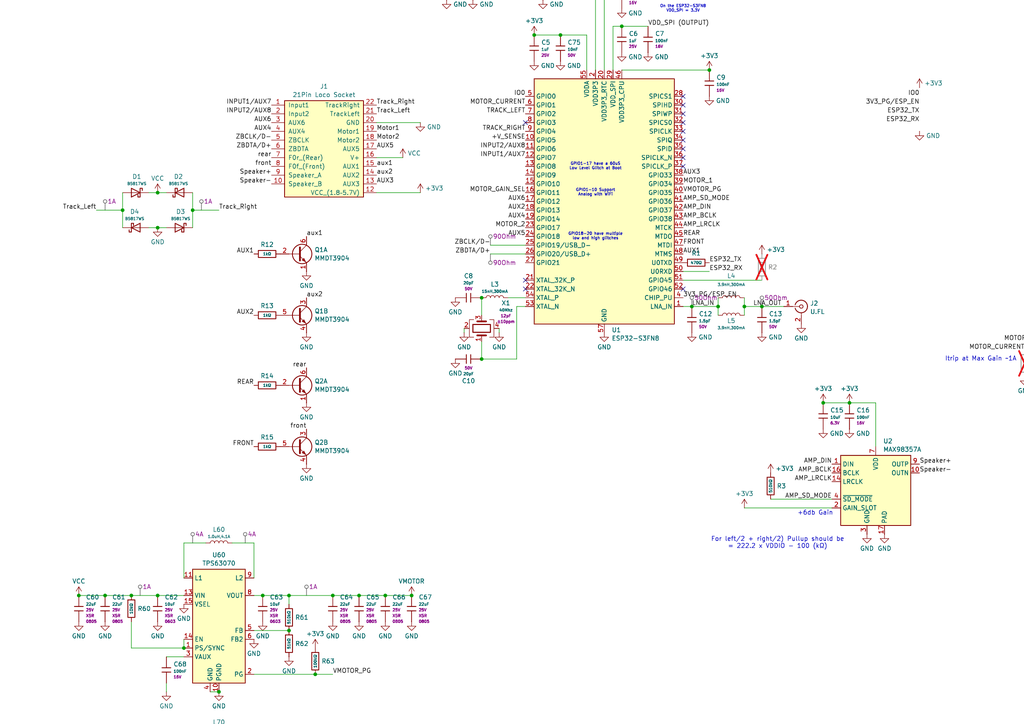
<source format=kicad_sch>
(kicad_sch (version 20250114) (generator "eeschema") (generator_version "9.0")
  (paper "A4")
  (text "For left/2 + right/2) Pullup should be\n= 222.2 x VDDIO - 100 (kΩ)" (at 225.552 157.48 0) (effects (font (size 1.27 1.27))))
  (text "+6db Gain" (at 236.474 148.844 0) (effects (font (size 1.27 1.27))))
  (text "GPIO18-20 have multiple\nlow and high glitches" (at 172.72 68.58 0) (effects (font (size 0.8 0.8))))
  (text "GPIO1-17 have a 60uS\nLow Level Glitch at Boot" (at 172.72 48.26 0) (effects (font (size 0.8 0.8))))
  (text "On the ESP32-S3FN8\nVDD_SPI = 3.3V" (at 198.12 2.54 0) (effects (font (size 0.8 0.8))))
  (text "GPIO1-10 Support\nAnalog with WiFi" (at 172.72 55.88 0) (effects (font (size 0.8 0.8))))
  (text "Itrip at Max Gain ~1A" (at 284.48 104.14 0) (effects (font (size 1.27 1.27))))
  (junction (at 200.66 88.9))
  (junction (at 157.48 -7.62))
  (junction (at 312.42 7.62))
  (junction (at 154.94 10.16))
  (junction (at 63.5 200.66))
  (junction (at 96.52 228.6))
  (junction (at 38.1 172.72))
  (junction (at 119.38 172.72))
  (junction (at 38.1 228.6))
  (junction (at 83.82 182.88))
  (junction (at 317.5 71.12))
  (junction (at 220.98 88.9))
  (junction (at 45.72 55.88))
  (junction (at 91.44 195.58))
  (junction (at 76.2 228.6))
  (junction (at 83.82 172.72))
  (junction (at 137.16 -7.62))
  (junction (at 45.72 66.04))
  (junction (at 205.74 20.32))
  (junction (at 180.34 7.62))
  (junction (at 312.42 30.48))
  (junction (at 22.86 228.6))
  (junction (at 111.76 172.72))
  (junction (at 55.88 60.96))
  (junction (at 76.2 172.72))
  (junction (at 45.72 228.6))
  (junction (at 96.52 172.72))
  (junction (at 152.4 -7.62))
  (junction (at 45.72 172.72))
  (junction (at 246.38 116.84))
  (junction (at 180.34 -5.08))
  (junction (at 238.76 116.84))
  (junction (at 104.14 172.72))
  (junction (at 30.48 172.72))
  (junction (at 144.78 -7.62))
  (junction (at 302.26 101.6))
  (junction (at 139.7 86.36))
  (junction (at 53.34 243.84))
  (junction (at 63.5 256.54))
  (junction (at 22.86 172.72))
  (junction (at 162.56 10.16))
  (junction (at 83.82 228.6))
  (junction (at 129.54 -7.62))
  (junction (at 332.74 7.62))
  (junction (at 139.7 104.14))
  (junction (at 30.48 228.6))
  (junction (at 215.9 88.9))
  (junction (at 35.56 60.96))
  (junction (at 208.28 88.9))
  (junction (at 83.82 238.76))
  (junction (at 91.44 251.46))
  (junction (at 53.34 187.96))
  (junction (at 91.44 228.6))
  (no_connect (at 198.12 45.72))
  (no_connect (at 152.4 35.56))
  (no_connect (at 198.12 43.18))
  (no_connect (at 198.12 83.82))
  (no_connect (at 152.4 83.82))
  (no_connect (at 198.12 40.64))
  (no_connect (at 198.12 33.02))
  (no_connect (at 198.12 30.48))
  (no_connect (at 198.12 48.26))
  (no_connect (at 198.12 35.56))
  (no_connect (at 198.12 27.94))
  (no_connect (at 152.4 81.28))
  (no_connect (at 198.12 38.1))
  (wire (pts (xy 30.48 228.6) (xy 38.1 228.6)))
  (wire (pts (xy 55.88 66.04) (xy 55.88 60.96)))
  (wire (pts (xy 83.82 172.72) (xy 83.82 175.26)))
  (wire (pts (xy 38.1 228.6) (xy 45.72 228.6)))
  (wire (pts (xy 172.72 -7.62) (xy 172.72 20.32)))
  (wire (pts (xy 335.28 88.9) (xy 327.66 88.9)))
  (wire (pts (xy 157.48 -7.62) (xy 172.72 -7.62)))
  (wire (pts (xy 22.86 228.6) (xy 30.48 228.6)))
  (wire (pts (xy 73.66 213.36) (xy 67.31 213.36)))
  (wire (pts (xy 152.4 -10.16) (xy 152.4 -7.62)))
  (wire (pts (xy 53.34 241.3) (xy 53.34 243.84)))
  (wire (pts (xy 91.44 228.6) (xy 96.52 228.6)))
  (wire (pts (xy 73.66 228.6) (xy 76.2 228.6)))
  (wire (pts (xy 73.66 195.58) (xy 91.44 195.58)))
  (wire (pts (xy 55.88 60.96) (xy 55.88 55.88)))
  (wire (pts (xy 60.96 256.54) (xy 63.5 256.54)))
  (wire (pts (xy 83.82 238.76) (xy 73.66 238.76)))
  (wire (pts (xy 73.66 157.48) (xy 67.31 157.48)))
  (wire (pts (xy 91.44 228.6) (xy 91.44 243.84)))
  (wire (pts (xy 139.7 104.14) (xy 139.7 99.06)))
  (wire (pts (xy 60.96 200.66) (xy 63.5 200.66)))
  (wire (pts (xy 76.2 172.72) (xy 73.66 172.72)))
  (wire (pts (xy 175.26 -5.08) (xy 180.34 -5.08)))
  (wire (pts (xy 180.34 7.62) (xy 187.96 7.62)))
  (wire (pts (xy 76.2 228.6) (xy 83.82 228.6)))
  (wire (pts (xy 83.82 172.72) (xy 76.2 172.72)))
  (wire (pts (xy 59.69 157.48) (xy 53.34 157.48)))
  (wire (pts (xy 38.1 187.96) (xy 53.34 187.96)))
  (wire (pts (xy 317.5 71.12) (xy 317.5 83.82)))
  (wire (pts (xy 223.52 144.78) (xy 241.3 144.78)))
  (wire (pts (xy 317.5 71.12) (xy 320.04 71.12)))
  (wire (pts (xy 83.82 231.14) (xy 83.82 228.6)))
  (wire (pts (xy 96.52 172.72) (xy 104.14 172.72)))
  (wire (pts (xy 38.1 243.84) (xy 53.34 243.84)))
  (wire (pts (xy 35.56 66.04) (xy 35.56 60.96)))
  (wire (pts (xy 177.8 7.62) (xy 180.34 7.62)))
  (wire (pts (xy 27.94 60.96) (xy 35.56 60.96)))
  (wire (pts (xy 246.38 116.84) (xy 254 116.84)))
  (wire (pts (xy 177.8 7.62) (xy 177.8 20.32)))
  (wire (pts (xy 215.9 147.32) (xy 241.3 147.32)))
  (wire (pts (xy 38.1 172.72) (xy 45.72 172.72)))
  (wire (pts (xy 302.26 101.6) (xy 307.34 101.6)))
  (wire (pts (xy 297.18 101.6) (xy 302.26 101.6)))
  (wire (pts (xy 129.54 -7.62) (xy 137.16 -7.62)))
  (wire (pts (xy 208.28 88.9) (xy 208.28 91.44)))
  (wire (pts (xy 142.24 71.12) (xy 152.4 71.12)))
  (wire (pts (xy 48.26 254) (xy 48.26 256.54)))
  (wire (pts (xy 109.22 45.72) (xy 116.84 45.72)))
  (wire (pts (xy 45.72 66.04) (xy 48.26 66.04)))
  (wire (pts (xy 53.34 213.36) (xy 53.34 223.52)))
  (wire (pts (xy 314.96 7.62) (xy 312.42 7.62)))
  (wire (pts (xy 215.9 86.36) (xy 215.9 88.9)))
  (wire (pts (xy 314.96 30.48) (xy 312.42 30.48)))
  (wire (pts (xy 152.4 -7.62) (xy 152.4 -5.08)))
  (wire (pts (xy 170.18 10.16) (xy 170.18 20.32)))
  (wire (pts (xy 220.98 88.9) (xy 227.33 88.9)))
  (wire (pts (xy 53.34 157.48) (xy 53.34 167.64)))
  (wire (pts (xy 59.69 213.36) (xy 53.34 213.36)))
  (wire (pts (xy 180.34 20.32) (xy 205.74 20.32)))
  (wire (pts (xy 134.62 95.25) (xy 134.62 96.52)))
  (wire (pts (xy 215.9 88.9) (xy 220.98 88.9)))
  (wire (pts (xy 48.26 190.5) (xy 53.34 190.5)))
  (wire (pts (xy 53.34 185.42) (xy 53.34 187.96)))
  (wire (pts (xy 73.66 223.52) (xy 73.66 213.36)))
  (wire (pts (xy 139.7 86.36) (xy 139.7 91.44)))
  (wire (pts (xy 149.86 88.9) (xy 149.86 104.14)))
  (wire (pts (xy 22.86 172.72) (xy 30.48 172.72)))
  (wire (pts (xy 137.16 -7.62) (xy 144.78 -7.62)))
  (wire (pts (xy 73.66 251.46) (xy 91.44 251.46)))
  (wire (pts (xy 109.22 55.88) (xy 121.92 55.88)))
  (wire (pts (xy 335.28 104.14) (xy 327.66 104.14)))
  (wire (pts (xy 144.78 -10.16) (xy 144.78 -7.62)))
  (wire (pts (xy 111.76 172.72) (xy 104.14 172.72)))
  (wire (pts (xy 83.82 172.72) (xy 96.52 172.72)))
  (wire (pts (xy 200.66 88.9) (xy 208.28 88.9)))
  (wire (pts (xy 238.76 116.84) (xy 246.38 116.84)))
  (wire (pts (xy 208.28 88.9) (xy 208.28 86.36)))
  (wire (pts (xy 73.66 167.64) (xy 73.66 157.48)))
  (wire (pts (xy 198.12 81.28) (xy 220.98 81.28)))
  (wire (pts (xy 45.72 55.88) (xy 48.26 55.88)))
  (wire (pts (xy 147.32 86.36) (xy 152.4 86.36)))
  (wire (pts (xy 152.4 -7.62) (xy 157.48 -7.62)))
  (wire (pts (xy 43.18 55.88) (xy 45.72 55.88)))
  (wire (pts (xy 91.44 195.58) (xy 96.52 195.58)))
  (wire (pts (xy 55.88 60.96) (xy 63.5 60.96)))
  (wire (pts (xy 154.94 10.16) (xy 162.56 10.16)))
  (wire (pts (xy 254 116.84) (xy 254 129.54)))
  (wire (pts (xy 73.66 182.88) (xy 83.82 182.88)))
  (wire (pts (xy 43.18 66.04) (xy 45.72 66.04)))
  (wire (pts (xy 91.44 251.46) (xy 96.52 251.46)))
  (wire (pts (xy 175.26 -5.08) (xy 175.26 20.32)))
  (wire (pts (xy 119.38 172.72) (xy 111.76 172.72)))
  (wire (pts (xy 30.48 172.72) (xy 38.1 172.72)))
  (wire (pts (xy 109.22 35.56) (xy 121.92 35.56)))
  (wire (pts (xy 198.12 78.74) (xy 205.74 78.74)))
  (wire (pts (xy 198.12 88.9) (xy 200.66 88.9)))
  (wire (pts (xy 35.56 60.96) (xy 35.56 55.88)))
  (wire (pts (xy 38.1 180.34) (xy 38.1 187.96)))
  (wire (pts (xy 38.1 236.22) (xy 38.1 243.84)))
  (wire (pts (xy 48.26 198.12) (xy 48.26 200.66)))
  (wire (pts (xy 83.82 228.6) (xy 91.44 228.6)))
  (wire (pts (xy 215.9 88.9) (xy 215.9 91.44)))
  (wire (pts (xy 162.56 10.16) (xy 170.18 10.16)))
  (wire (pts (xy 142.24 73.66) (xy 152.4 73.66)))
  (wire (pts (xy 48.26 246.38) (xy 53.34 246.38)))
  (wire (pts (xy 335.28 7.62) (xy 332.74 7.62)))
  (wire (pts (xy 144.78 95.25) (xy 144.78 96.52)))
  (wire (pts (xy 45.72 172.72) (xy 53.34 172.72)))
  (wire (pts (xy 152.4 88.9) (xy 149.86 88.9)))
  (wire (pts (xy 144.78 -7.62) (xy 144.78 -5.08)))
  (wire (pts (xy 45.72 228.6) (xy 53.34 228.6)))
  (wire (pts (xy 149.86 104.14) (xy 139.7 104.14)))
  (label "VMOTOR_PG" (at 96.52 195.58 0))
  (label "AUX3" (at 198.12 50.8 0))
  (label "AUX5" (at 152.4 68.58 180))
  (label "AMP_LRCLK" (at 241.3 139.7 180))
  (label "AMP_LRCLK" (at 198.12 66.04 0))
  (label "INPUT1{slash}AUX7" (at 78.74 30.48 180))
  (label "REAR" (at 73.66 111.76 180))
  (label "aux2" (at 88.9 86.36 0))
  (label "AMP_BCLK" (at 198.12 63.5 0))
  (label "MOTOR_GAIN_SEL" (at 307.34 99.06 180))
  (label "AMP_SD_MODE" (at 241.3 144.78 180))
  (label "AMP_SD_MODE" (at 198.12 58.42 0))
  (label "Speaker+" (at 266.7 134.62 0))
  (label "VDD_SPI (OUTPUT)" (at 187.96 7.62 0))
  (label "ESP32_TX" (at 205.74 76.2 0))
  (label "aux1" (at 88.9 68.58 0))
  (label "ZBCLK{slash}D-" (at 142.24 71.12 180))
  (label "Track_Left" (at 27.94 60.96 180))
  (label "Motor2" (at 109.22 40.64 0))
  (label "TRACK_LEFT" (at 314.96 7.62 0))
  (label "FRONT" (at 73.66 129.54 180))
  (label "Track_Right" (at 109.22 30.48 0))
  (label "AMP_BCLK" (at 241.3 137.16 180))
  (label "ESP32_RX" (at 266.7 35.56 180))
  (label "rear" (at 78.74 45.72 180))
  (label "AUX1" (at 198.12 73.66 0))
  (label "+V_SENSE" (at 152.4 40.64 180))
  (label "3V3_PG{slash}ESP_EN" (at 96.52 251.46 0))
  (label "ZBDTA{slash}D+" (at 142.24 73.66 180))
  (label "Track_Right" (at 312.42 22.86 180))
  (label "IO0" (at 152.4 27.94 180))
  (label "IO0" (at 266.7 27.94 180))
  (label "VMOTOR_PG" (at 198.12 55.88 0))
  (label "FRONT" (at 198.12 71.12 0))
  (label "3V3_PG{slash}ESP_EN" (at 198.12 86.36 0))
  (label "TRACK_LEFT" (at 152.4 33.02 180))
  (label "AMP_DIN" (at 241.3 134.62 180))
  (label "LNA_IN" (at 200.66 88.9 0))
  (label "AUX2" (at 152.4 60.96 180))
  (label "Speaker+" (at 78.74 50.8 180))
  (label "AUX4" (at 78.74 38.1 180))
  (label "ESP32_TX" (at 266.7 33.02 180))
  (label "INPUT2{slash}AUX8" (at 78.74 33.02 180))
  (label "MOTOR_GAIN_SEL" (at 152.4 55.88 180))
  (label "MOTOR_1" (at 198.12 53.34 0))
  (label "aux1" (at 109.22 48.26 0))
  (label "TRACK_RIGHT" (at 152.4 38.1 180))
  (label "+V_SENSE" (at 335.28 7.62 0))
  (label "AUX6" (at 78.74 35.56 180))
  (label "Speaker-" (at 266.7 137.16 0))
  (label "INPUT2{slash}AUX8" (at 152.4 43.18 180))
  (label "Track_Right" (at 63.5 60.96 0))
  (label "3V3_PG{slash}ESP_EN" (at 266.7 30.48 180))
  (label "AMP_DIN" (at 198.12 60.96 0))
  (label "LNA_OUT" (at 218.44 88.9 0))
  (label "front" (at 78.74 48.26 180))
  (label "aux2" (at 109.22 50.8 0))
  (label "REAR" (at 198.12 68.58 0))
  (label "ZBDTA{slash}D+" (at 78.74 43.18 180))
  (label "MOTOR_2" (at 152.4 66.04 180))
  (label "MOTOR_CURRENT" (at 297.18 101.6 180))
  (label "AUX4" (at 152.4 63.5 180))
  (label "AUX6" (at 152.4 58.42 180))
  (label "Track_Left" (at 312.42 0 180))
  (label "AUX1" (at 73.66 73.66 180))
  (label "MOTOR_2" (at 307.34 96.52 180))
  (label "Speaker-" (at 78.74 53.34 180))
  (label "AUX5" (at 109.22 43.18 0))
  (label "AUX2" (at 73.66 91.44 180))
  (label "Motor2" (at 335.28 104.14 0))
  (label "MOTOR_1" (at 307.34 93.98 180))
  (label "Motor1" (at 335.28 88.9 0))
  (label "AUX3" (at 109.22 53.34 0))
  (label "Track_Left" (at 109.22 33.02 0))
  (label "front" (at 88.9 124.46 180))
  (label "INPUT1{slash}AUX7" (at 152.4 45.72 180))
  (label "rear" (at 88.9 106.68 180))
  (label "ESP32_RX" (at 205.74 78.74 0))
  (label "Motor1" (at 109.22 38.1 0))
  (label "MOTOR_CURRENT" (at 152.4 30.48 180))
  (label "ZBCLK{slash}D-" (at 78.74 40.64 180))
  (label "TRACK_RIGHT" (at 314.96 30.48 0))
  (netclass_flag "" (length 2.54) (shape round) (at 40.64 172.72 0) (property "Netclass" "1A" (at 41.3385 170.18 0) (effects (justify left))))
  (netclass_flag "" (length 2.54) (shape round) (at 88.9 172.72 0) (property "Netclass" "1A" (at 89.5985 170.18 0) (effects (justify left))))
  (netclass_flag "" (length 2.54) (shape round) (at 71.12 157.48 0) (property "Netclass" "4A" (at 71.8185 154.94 0) (effects (justify left))))
  (netclass_flag "" (length 2.54) (shape round) (at 40.64 228.6 0) (property "Netclass" "1A" (at 41.3385 226.06 0) (effects (justify left))))
  (netclass_flag "" (length 2.54) (shape round) (at 55.88 213.36 0) (property "Netclass" "4A" (at 56.5785 210.82 0) (effects (justify left))))
  (netclass_flag "" (length 2.54) (shape round) (at 200.66 88.9 0) (property "Netclass" "50Ohm" (at 201.3585 86.36 0) (effects (justify left))))
  (netclass_flag "" (length 2.54) (shape round) (at 142.24 73.66 180) (property "Netclass" "90Ohm" (at 142.9385 76.2 0) (effects (justify left))))
  (netclass_flag "" (length 2.54) (shape round) (at 88.9 228.6 0) (property "Netclass" "1A" (at 89.5985 226.06 0) (effects (justify left))))
  (netclass_flag "" (length 2.54) (shape round) (at 71.12 213.36 0) (property "Netclass" "4A" (at 71.8185 210.82 0) (effects (justify left))))
  (netclass_flag "" (length 2.54) (shape round) (at 157.48 -7.62 0) (property "Netclass" "1A" (at 158.1785 -10.16 0) (effects (justify left))))
  (netclass_flag "" (length 2.54) (shape round) (at 55.88 157.48 0) (property "Netclass" "4A" (at 56.5785 154.94 0) (effects (justify left))))
  (netclass_flag "" (length 2.54) (shape round) (at 30.48 60.96 0) (property "Netclass" "1A" (at 31.1785 58.42 0) (effects (justify left))))
  (netclass_flag "" (length 2.54) (shape round) (at 330.2 88.9 0) (property "Netclass" "1A" (at 330.8985 86.36 0) (effects (justify left))))
  (netclass_flag "" (length 2.54) (shape round) (at 58.42 60.96 0) (property "Netclass" "1A" (at 59.1185 58.42 0) (effects (justify left))))
  (netclass_flag "" (length 2.54) (shape round) (at 220.98 88.9 0) (property "Netclass" "50Ohm" (at 221.6785 86.36 0) (effects (justify left))))
  (netclass_flag "" (length 2.54) (shape round) (at 330.2 104.14 0) (property "Netclass" "1A" (at 330.8985 101.6 0) (effects (justify left))))
  (netclass_flag "" (length 2.54) (shape round) (at 142.24 71.12 0) (property "Netclass" "90Ohm" (at 142.9385 68.58 0) (effects (justify left))))
  (symbol (lib_id "power:GND") (at 30.48 236.22 0) (unit 1)
    (property "Reference" "#PWR070" (effects (hide yes)))
    (property "Value" "GND" (at 30.48 240.3531 0))
    (property "Description" "Power symbol creates a global label with name \"GND\" , ground" (effects (hide yes)))
  )
  (symbol (lib_id "PCM_JLCPCB-Capacitors:0402,20pF") (at 135.89 104.14 90) (mirror x) (unit 1)
    (property "Reference" "C10" (at 135.89 110.4661 90))
    (property "Value" "20pF" (at 135.89 108.4199 90) (effects (font (size 0.8 0.8))))
    (property "Footprint" "PCM_JLCPCB:C_0402" (effects (hide yes)))
    (property "Datasheet" "https://www.lcsc.com/datasheet/lcsc_datasheet_2304140030_FH--Guangdong-Fenghua-Advanced-Tech-0402CG200J500NT_C1554.pdf" (effects (hide yes)))
    (property "Description" "50V 20pF C0G ±5% 0402 Multilayer Ceramic Capacitors MLCC - SMD/SMT ROHS" (effects (hide yes)))
    (property "LCSC" "C1554" (effects (hide yes)))
    (property "Stock" "965148" (effects (hide yes)))
    (property "Price" "0.004USD" (effects (hide yes)))
    (property "Process" "SMT" (effects (hide yes)))
    (property "Minimum Qty" "20" (effects (hide yes)))
    (property "Attrition Qty" "10" (effects (hide yes)))
    (property "Class" "Basic Component" (effects (hide yes)))
    (property "Category" "Capacitors,Multilayer Ceramic Capacitors MLCC - SMD/SMT" (effects (hide yes)))
    (property "Manufacturer" "FH(Guangdong Fenghua Advanced Tech)" (effects (hide yes)))
    (property "Part" "0402CG200J500NT" (effects (hide yes)))
    (property "Voltage Rated" "50V" (at 135.89 106.7519 90) (effects (font (size 0.8 0.8))))
    (property "Tolerance" "±5%" (effects (hide yes)))
    (property "Capacitance" "20pF" (effects (hide yes)))
    (property "Temperature Coefficient" "C0G" (effects (hide yes)))
  )
  (symbol (lib_id "PCM_JLCPCB-Capacitors:0603,10uF,(2)") (at 45.72 176.53 0) (unit 1)
    (property "Reference" "C62" (at 47.752 173.194 0) (effects (justify left)))
    (property "Value" "10uF" (at 47.752 175.2402 0) (effects (font (size 0.8 0.8)) (justify left)))
    (property "Footprint" "PCM_JLCPCB:C_0603" (effects (hide yes)))
    (property "Datasheet" "https://www.lcsc.com/datasheet/lcsc_datasheet_2304140030_Samsung-Electro-Mechanics-CL10A106MA8NRNC_C96446.pdf" (effects (hide yes)))
    (property "Description" "25V 10uF X5R ±20% 0603 Multilayer Ceramic Capacitors MLCC - SMD/SMT ROHS" (effects (hide yes)))
    (property "LCSC" "C96446" (effects (hide yes)))
    (property "Stock" "4098886" (effects (hide yes)))
    (property "Price" "0.021USD" (effects (hide yes)))
    (property "Process" "SMT" (effects (hide yes)))
    (property "Minimum Qty" "20" (effects (hide yes)))
    (property "Attrition Qty" "8" (effects (hide yes)))
    (property "Class" "Basic Component" (effects (hide yes)))
    (property "Category" "Capacitors,Multilayer Ceramic Capacitors MLCC - SMD/SMT" (effects (hide yes)))
    (property "Manufacturer" "Samsung Electro-Mechanics" (effects (hide yes)))
    (property "Part" "CL10A106MA8NRNC" (effects (hide yes)))
    (property "Voltage Rated" "25V" (at 47.752 176.9082 0) (effects (font (size 0.8 0.8)) (justify left)))
    (property "Tolerance" "±20%" (effects (hide yes)))
    (property "Capacitance" "10uF" (effects (hide yes)))
    (property "Temperature Coefficient" "X5R" (at 47.752 178.5762 0) (effects (font (size 0.8 0.8)) (justify left)))
    (property "Package" "0603" (at 47.752 180.2442 0) (effects (font (size 0.8 0.8)) (justify left)))
  )
  (symbol (lib_id "Device:R") (at 297.18 105.41 0) (unit 1) (dnp yes)
    (property "Reference" "R11" (at 298.958 104.1978 0) (effects (justify left)))
    (property "Value" "R" (at 298.958 106.6221 0) (effects (justify left)))
    (property "Footprint" "Resistor_SMD:R_0805_2012Metric_Pad1.20x1.40mm_HandSolder" (effects (hide yes)))
    (property "Description" "Resistor" (effects (hide yes)))
  )
  (symbol (lib_id "power:VCC") (at 332.74 0 0) (unit 1)
    (property "Reference" "#PWR054" (effects (hide yes)))
    (property "Value" "VCC" (at 334.137 -1.27 0) (effects (justify left)))
    (property "Description" "Power symbol creates a global label with name \"VCC\"" (effects (hide yes)))
  )
  (symbol (lib_id "PCM_JLCPCB-Transistor-Packages:NPN, 2 Channel, MMDT3904") (at 86.36 129.54 0) (unit 2)
    (property "Reference" "Q2" (at 91.2114 128.3278 0) (effects (justify left)))
    (property "Value" "MMDT3904" (at 91.2114 130.7521 0) (effects (justify left)))
    (property "Footprint" "Custom_Footprints:SOT-363_SC-70-6" (effects (hide yes)))
    (property "Datasheet" "https://www.lcsc.com/datasheet/lcsc_datasheet_2409051048_hongjiacheng-MMDT3904_C41375125.pdf" (effects (hide yes)))
    (property "Description" "NPN SOT-363 Bipolar (BJT) ROHS" (effects (hide yes)))
    (property "LCSC" "C41375125" (effects (hide yes)))
    (property "Stock" "27308" (effects (hide yes)))
    (property "Price" "0.033USD" (effects (hide yes)))
    (property "Process" "SMT" (effects (hide yes)))
    (property "Minimum Qty" "10" (effects (hide yes)))
    (property "Attrition Qty" "4" (effects (hide yes)))
    (property "Class" "Preferred Component" (effects (hide yes)))
    (property "Category" "Transistors/Thyristors,Bipolar (BJT)" (effects (hide yes)))
    (property "Manufacturer" "hongjiacheng" (effects (hide yes)))
    (property "Part" "MMDT3904" (effects (hide yes)))
    (property "Transistor Type" "NPN" (effects (hide yes)))
    (property "Operating Temperature" "-55°C~+155°C@(Tj)" (effects (hide yes)))
    (property "Transition Frequency (Ft)" "300MHz" (effects (hide yes)))
  )
  (symbol (lib_id "Custom_Symbols:Connector, 21Pin(21MTC), Decoder") (at 93.98 43.18 0) (unit 1)
    (property "Reference" "J1" (at 93.98 25.0655 0))
    (property "Value" "21Pin Loco Socket" (at 93.98 27.4898 0))
    (property "Footprint" "Custom_Footprints:BD050-22-A-0-0500-L-D" (effects (hide yes)))
    (property "Description" "NEM 660, Electrical Interface 21MTC" (effects (hide yes)))
    (property "LCSC" "C7219764" (effects (hide yes)))
    (property "Stock" "0" (effects (hide yes)))
  )
  (symbol (lib_id "power:GND") (at 312.42 38.1 0) (unit 1)
    (property "Reference" "#PWR053" (effects (hide yes)))
    (property "Value" "GND" (at 314.325 39.37 0) (effects (justify left)))
    (property "Description" "Power symbol creates a global label with name \"GND\" , ground" (effects (hide yes)))
  )
  (symbol (lib_id "power:GND") (at 134.62 96.52 0) (unit 1)
    (property "Reference" "#PWR05" (effects (hide yes)))
    (property "Value" "GND" (at 134.62 100.6531 0))
    (property "Description" "Power symbol creates a global label with name \"GND\" , ground" (effects (hide yes)))
  )
  (symbol (lib_id "PCM_JLCPCB-Resistors:0402,100kΩ") (at 91.44 191.77 0) (unit 1)
    (property "Reference" "R63" (at 93.218 191.77 0) (effects (justify left)))
    (property "Value" "100kΩ" (at 91.44 191.77 90) (effects (font (size 0.8 0.8))))
    (property "Footprint" "PCM_JLCPCB:R_0402" (effects (hide yes)))
    (property "Datasheet" "https://www.lcsc.com/datasheet/lcsc_datasheet_2206010100_UNI-ROYAL-Uniroyal-Elec-0402WGF1003TCE_C25741.pdf" (effects (hide yes)))
    (property "Description" "62.5mW Thick Film Resistors 50V ±100ppm/°C ±1% 100kΩ 0402 Chip Resistor - Surface Mount ROHS" (effects (hide yes)))
    (property "LCSC" "C25741" (effects (hide yes)))
    (property "Stock" "7342293" (effects (hide yes)))
    (property "Price" "0.004USD" (effects (hide yes)))
    (property "Process" "SMT" (effects (hide yes)))
    (property "Minimum Qty" "20" (effects (hide yes)))
    (property "Attrition Qty" "10" (effects (hide yes)))
    (property "Class" "Basic Component" (effects (hide yes)))
    (property "Category" "Resistors,Chip Resistor - Surface Mount" (effects (hide yes)))
    (property "Manufacturer" "UNI-ROYAL(Uniroyal Elec)" (effects (hide yes)))
    (property "Part" "0402WGF1003TCE" (effects (hide yes)))
    (property "Resistance" "100kΩ" (effects (hide yes)))
    (property "Power(Watts)" "62.5mW" (effects (hide yes)))
    (property "Type" "Thick Film Resistors" (effects (hide yes)))
    (property "Overload Voltage (Max)" "50V" (effects (hide yes)))
    (property "Operating Temperature Range" "-55°C~+155°C" (effects (hide yes)))
    (property "Tolerance" "±1%" (effects (hide yes)))
    (property "Temperature Coefficient" "±100ppm/°C" (effects (hide yes)))
  )
  (symbol (lib_id "PCM_JLCPCB-Capacitors:0402,100nF") (at 246.38 120.65 0) (unit 1)
    (property "Reference" "C16" (at 248.412 118.982 0) (effects (justify left)))
    (property "Value" "100nF" (at 248.412 121.0282 0) (effects (font (size 0.8 0.8)) (justify left)))
    (property "Footprint" "PCM_JLCPCB:C_0402" (effects (hide yes)))
    (property "Datasheet" "https://www.lcsc.com/datasheet/lcsc_datasheet_2304140030_Samsung-Electro-Mechanics-CL05B104KO5NNNC_C1525.pdf" (effects (hide yes)))
    (property "Description" "16V 100nF X7R ±10% 0402 Multilayer Ceramic Capacitors MLCC - SMD/SMT ROHS" (effects (hide yes)))
    (property "LCSC" "C1525" (effects (hide yes)))
    (property "Stock" "11234519" (effects (hide yes)))
    (property "Price" "0.004USD" (effects (hide yes)))
    (property "Process" "SMT" (effects (hide yes)))
    (property "Minimum Qty" "20" (effects (hide yes)))
    (property "Attrition Qty" "10" (effects (hide yes)))
    (property "Class" "Basic Component" (effects (hide yes)))
    (property "Category" "Capacitors,Multilayer Ceramic Capacitors MLCC - SMD/SMT" (effects (hide yes)))
    (property "Manufacturer" "Samsung Electro-Mechanics" (effects (hide yes)))
    (property "Part" "CL05B104KO5NNNC" (effects (hide yes)))
    (property "Voltage Rated" "16V" (at 248.412 122.6962 0) (effects (font (size 0.8 0.8)) (justify left)))
    (property "Tolerance" "±10%" (effects (hide yes)))
    (property "Capacitance" "100nF" (effects (hide yes)))
    (property "Temperature Coefficient" "X7R" (effects (hide yes)))
  )
  (symbol (lib_id "PCM_JLCPCB-Resistors:0402,510kΩ") (at 83.82 179.07 0) (unit 1)
    (property "Reference" "R61" (at 85.598 179.07 0) (effects (justify left)))
    (property "Value" "510kΩ" (at 83.82 179.07 90) (effects (font (size 0.8 0.8))))
    (property "Footprint" "PCM_JLCPCB:R_0402" (effects (hide yes)))
    (property "Datasheet" "https://www.lcsc.com/datasheet/lcsc_datasheet_2206010216_UNI-ROYAL-Uniroyal-Elec-0402WGF5103TCE_C11616.pdf" (effects (hide yes)))
    (property "Description" "62.5mW Thick Film Resistors 50V ±100ppm/°C ±1% 510kΩ 0402 Chip Resistor - Surface Mount ROHS" (effects (hide yes)))
    (property "LCSC" "C11616" (effects (hide yes)))
    (property "Stock" "192653" (effects (hide yes)))
    (property "Price" "0.004USD" (effects (hide yes)))
    (property "Process" "SMT" (effects (hide yes)))
    (property "Minimum Qty" "20" (effects (hide yes)))
    (property "Attrition Qty" "10" (effects (hide yes)))
    (property "Class" "Preferred Component" (effects (hide yes)))
    (property "Category" "Resistors,Chip Resistor - Surface Mount" (effects (hide yes)))
    (property "Manufacturer" "UNI-ROYAL(Uniroyal Elec)" (effects (hide yes)))
    (property "Part" "0402WGF5103TCE" (effects (hide yes)))
    (property "Resistance" "510kΩ" (effects (hide yes)))
    (property "Power(Watts)" "62.5mW" (effects (hide yes)))
    (property "Type" "Thick Film Resistors" (effects (hide yes)))
    (property "Overload Voltage (Max)" "50V" (effects (hide yes)))
    (property "Operating Temperature Range" "-55°C~+155°C" (effects (hide yes)))
    (property "Tolerance" "±1%" (effects (hide yes)))
    (property "Temperature Coefficient" "±100ppm/°C" (effects (hide yes)))
  )
  (symbol (lib_id "PCM_JLCPCB-Capacitors:0805,22uF") (at 22.86 232.41 0) (unit 1)
    (property "Reference" "C70" (at 24.892 229.074 0) (effects (justify left)))
    (property "Value" "22uF" (at 24.892 231.1202 0) (effects (font (size 0.8 0.8)) (justify left)))
    (property "Footprint" "PCM_JLCPCB:C_0805" (effects (hide yes)))
    (property "Datasheet" "https://www.lcsc.com/datasheet/lcsc_datasheet_2304140030_Samsung-Electro-Mechanics-CL21A226MAQNNNE_C45783.pdf" (effects (hide yes)))
    (property "Description" "25V 22uF X5R ±20% 0805 Multilayer Ceramic Capacitors MLCC - SMD/SMT ROHS" (effects (hide yes)))
    (property "LCSC" "C45783" (effects (hide yes)))
    (property "Stock" "3090119" (effects (hide yes)))
    (property "Price" "0.026USD" (effects (hide yes)))
    (property "Process" "SMT" (effects (hide yes)))
    (property "Minimum Qty" "20" (effects (hide yes)))
    (property "Attrition Qty" "6" (effects (hide yes)))
    (property "Class" "Basic Component" (effects (hide yes)))
    (property "Category" "Capacitors,Multilayer Ceramic Capacitors MLCC - SMD/SMT" (effects (hide yes)))
    (property "Manufacturer" "Samsung Electro-Mechanics" (effects (hide yes)))
    (property "Part" "CL21A226MAQNNNE" (effects (hide yes)))
    (property "Voltage Rated" "25V" (at 24.892 232.7882 0) (effects (font (size 0.8 0.8)) (justify left)))
    (property "Tolerance" "±20%" (effects (hide yes)))
    (property "Capacitance" "22uF" (effects (hide yes)))
    (property "Temperature Coefficient" "X5R" (at 24.892 234.4562 0) (effects (font (size 0.8 0.8)) (justify left)))
    (property "Package" "0805" (at 24.892 236.1242 0) (effects (font (size 0.8 0.8)) (justify left)))
  )
  (symbol (lib_id "power:GND") (at 312.42 15.24 0) (unit 1)
    (property "Reference" "#PWR052" (effects (hide yes)))
    (property "Value" "GND" (at 314.325 16.51 0) (effects (justify left)))
    (property "Description" "Power symbol creates a global label with name \"GND\" , ground" (effects (hide yes)))
  )
  (symbol (lib_id "power:+3V3") (at 220.98 73.66 0) (unit 1)
    (property "Reference" "#PWR030" (effects (hide yes)))
    (property "Value" "+3V3" (at 222.377 72.39 0) (effects (justify left)))
    (property "Description" "Power symbol creates a global label with name \"+3V3\"" (effects (hide yes)))
  )
  (symbol (lib_id "power:+3V3") (at 180.34 -5.08 0) (unit 1)
    (property "Reference" "#PWR026" (effects (hide yes)))
    (property "Value" "+3V3" (at 180.34 -9.2131 0))
    (property "Description" "Power symbol creates a global label with name \"+3V3\"" (effects (hide yes)))
  )
  (symbol (lib_id "PCM_JLCPCB-Capacitors:0805,22uF") (at 119.38 176.53 0) (unit 1)
    (property "Reference" "C67" (at 121.412 173.194 0) (effects (justify left)))
    (property "Value" "22uF" (at 121.412 175.2402 0) (effects (font (size 0.8 0.8)) (justify left)))
    (property "Footprint" "PCM_JLCPCB:C_0805" (effects (hide yes)))
    (property "Datasheet" "https://www.lcsc.com/datasheet/lcsc_datasheet_2304140030_Samsung-Electro-Mechanics-CL21A226MAQNNNE_C45783.pdf" (effects (hide yes)))
    (property "Description" "25V 22uF X5R ±20% 0805 Multilayer Ceramic Capacitors MLCC - SMD/SMT ROHS" (effects (hide yes)))
    (property "LCSC" "C45783" (effects (hide yes)))
    (property "Stock" "3090119" (effects (hide yes)))
    (property "Price" "0.026USD" (effects (hide yes)))
    (property "Process" "SMT" (effects (hide yes)))
    (property "Minimum Qty" "20" (effects (hide yes)))
    (property "Attrition Qty" "6" (effects (hide yes)))
    (property "Class" "Basic Component" (effects (hide yes)))
    (property "Category" "Capacitors,Multilayer Ceramic Capacitors MLCC - SMD/SMT" (effects (hide yes)))
    (property "Manufacturer" "Samsung Electro-Mechanics" (effects (hide yes)))
    (property "Part" "CL21A226MAQNNNE" (effects (hide yes)))
    (property "Voltage Rated" "25V" (at 121.412 176.9082 0) (effects (font (size 0.8 0.8)) (justify left)))
    (property "Tolerance" "±20%" (effects (hide yes)))
    (property "Capacitance" "22uF" (effects (hide yes)))
    (property "Temperature Coefficient" "X5R" (at 121.412 178.5762 0) (effects (font (size 0.8 0.8)) (justify left)))
    (property "Package" "0805" (at 121.412 180.2442 0) (effects (font (size 0.8 0.8)) (justify left)))
  )
  (symbol (lib_id "power:GND") (at 48.26 256.54 0) (unit 1)
    (property "Reference" "#PWR072" (effects (hide yes)))
    (property "Value" "GND" (at 48.26 260.6731 0))
    (property "Description" "Power symbol creates a global label with name \"GND\" , ground" (effects (hide yes)))
  )
  (symbol (lib_id "power:GND") (at 53.34 231.14 0) (unit 1)
    (property "Reference" "#PWR073" (effects (hide yes)))
    (property "Value" "GND" (at 53.34 235.2731 0))
    (property "Description" "Power symbol creates a global label with name \"GND\" , ground" (effects (hide yes)))
  )
  (symbol (lib_id "power:GND") (at 88.9 116.84 0) (unit 1)
    (property "Reference" "#PWR023" (effects (hide yes)))
    (property "Value" "GND" (at 88.9 120.9731 0))
    (property "Description" "Power symbol creates a global label with name \"GND\" , ground" (effects (hide yes)))
  )
  (symbol (lib_id "power:GND") (at 246.38 124.46 0) (unit 1)
    (property "Reference" "#PWR037" (effects (hide yes)))
    (property "Value" "GND" (at 248.285 125.73 0) (effects (justify left)))
    (property "Description" "Power symbol creates a global label with name \"GND\" , ground" (effects (hide yes)))
  )
  (symbol (lib_id "PCM_JLCPCB-Capacitors:0805,22uF") (at 111.76 176.53 0) (unit 1)
    (property "Reference" "C66" (at 113.792 173.194 0) (effects (justify left)))
    (property "Value" "22uF" (at 113.792 175.2402 0) (effects (font (size 0.8 0.8)) (justify left)))
    (property "Footprint" "PCM_JLCPCB:C_0805" (effects (hide yes)))
    (property "Datasheet" "https://www.lcsc.com/datasheet/lcsc_datasheet_2304140030_Samsung-Electro-Mechanics-CL21A226MAQNNNE_C45783.pdf" (effects (hide yes)))
    (property "Description" "25V 22uF X5R ±20% 0805 Multilayer Ceramic Capacitors MLCC - SMD/SMT ROHS" (effects (hide yes)))
    (property "LCSC" "C45783" (effects (hide yes)))
    (property "Stock" "3090119" (effects (hide yes)))
    (property "Price" "0.026USD" (effects (hide yes)))
    (property "Process" "SMT" (effects (hide yes)))
    (property "Minimum Qty" "20" (effects (hide yes)))
    (property "Attrition Qty" "6" (effects (hide yes)))
    (property "Class" "Basic Component" (effects (hide yes)))
    (property "Category" "Capacitors,Multilayer Ceramic Capacitors MLCC - SMD/SMT" (effects (hide yes)))
    (property "Manufacturer" "Samsung Electro-Mechanics" (effects (hide yes)))
    (property "Part" "CL21A226MAQNNNE" (effects (hide yes)))
    (property "Voltage Rated" "25V" (at 113.792 176.9082 0) (effects (font (size 0.8 0.8)) (justify left)))
    (property "Tolerance" "±20%" (effects (hide yes)))
    (property "Capacitance" "22uF" (effects (hide yes)))
    (property "Temperature Coefficient" "X5R" (at 113.792 178.5762 0) (effects (font (size 0.8 0.8)) (justify left)))
    (property "Package" "0805" (at 113.792 180.2442 0) (effects (font (size 0.8 0.8)) (justify left)))
  )
  (symbol (lib_id "PCM_JLCPCB-Inductors:3.9nH,300mA") (at 212.09 86.36 90) (unit 1)
    (property "Reference" "L4" (at 212.09 80.01 90))
    (property "Value" "3.9nH,300mA" (at 212.09 82.55 90) (effects (font (size 0.8 0.8))))
    (property "Footprint" "PCM_JLCPCB:L_0402" (effects (hide yes)))
    (property "Datasheet" "https://www.lcsc.com/datasheet/lcsc_datasheet_2310301641_Sunlord-SDCL1005C3N9STDF_C14033.pdf" (effects (hide yes)))
    (property "Description" "300mA 3.9nH 200mΩ 0402 Inductors (SMD) ROHS" (effects (hide yes)))
    (property "LCSC" "C14033" (effects (hide yes)))
    (property "Stock" "50433" (effects (hide yes)))
    (property "Price" "0.007USD" (effects (hide yes)))
    (property "Process" "SMT" (effects (hide yes)))
    (property "Minimum Qty" "20" (effects (hide yes)))
    (property "Attrition Qty" "10" (effects (hide yes)))
    (property "Class" "Preferred Component" (effects (hide yes)))
    (property "Category" "Inductors/Coils/Transformers,Inductors (SMD)" (effects (hide yes)))
    (property "Manufacturer" "Sunlord" (effects (hide yes)))
    (property "Part" "SDCL1005C3N9STDF" (effects (hide yes)))
    (property "Inductance" "3.9nH" (effects (hide yes)))
    (property "Q @ Freq" "8@100MHz" (effects (hide yes)))
    (property "Frequency - Self Resonant" "4GHz" (effects (hide yes)))
    (property "Rated Current" "300mA" (effects (hide yes)))
    (property "DC Resistance (DCR)" "200mΩ" (effects (hide yes)))
  )
  (symbol (lib_id "power:GND") (at 76.2 180.34 0) (unit 1)
    (property "Reference" "#PWR090" (effects (hide yes)))
    (property "Value" "GND" (at 76.2 184.4731 0))
    (property "Description" "Power symbol creates a global label with name \"GND\" , ground" (effects (hide yes)))
  )
  (symbol (lib_id "power:GND") (at 121.92 35.56 0) (unit 1)
    (property "Reference" "#PWR035" (effects (hide yes)))
    (property "Value" "GND" (at 123.825 36.83 0) (effects (justify left)))
    (property "Description" "Power symbol creates a global label with name \"GND\" , ground" (effects (hide yes)))
  )
  (symbol (lib_id "PCM_JLCPCB-Resistors:0402,22kΩ") (at 312.42 26.67 0) (unit 1)
    (property "Reference" "R6" (at 314.198 26.67 0) (effects (justify left)))
    (property "Value" "22kΩ" (at 312.42 26.67 90) (effects (font (size 0.8 0.8))))
    (property "Footprint" "PCM_JLCPCB:R_0402" (effects (hide yes)))
    (property "Datasheet" "https://www.lcsc.com/datasheet/lcsc_datasheet_2206010100_UNI-ROYAL-Uniroyal-Elec-0402WGF2202TCE_C25768.pdf" (effects (hide yes)))
    (property "Description" "62.5mW Thick Film Resistors 50V ±100ppm/°C ±1% 22kΩ 0402 Chip Resistor - Surface Mount ROHS" (effects (hide yes)))
    (property "LCSC" "C25768" (effects (hide yes)))
    (property "Stock" "455791" (effects (hide yes)))
    (property "Price" "0.004USD" (effects (hide yes)))
    (property "Process" "SMT" (effects (hide yes)))
    (property "Minimum Qty" "20" (effects (hide yes)))
    (property "Attrition Qty" "10" (effects (hide yes)))
    (property "Class" "Basic Component" (effects (hide yes)))
    (property "Category" "Resistors,Chip Resistor - Surface Mount" (effects (hide yes)))
    (property "Manufacturer" "UNI-ROYAL(Uniroyal Elec)" (effects (hide yes)))
    (property "Part" "0402WGF2202TCE" (effects (hide yes)))
    (property "Resistance" "22kΩ" (effects (hide yes)))
    (property "Power(Watts)" "62.5mW" (effects (hide yes)))
    (property "Type" "Thick Film Resistors" (effects (hide yes)))
    (property "Overload Voltage (Max)" "50V" (effects (hide yes)))
    (property "Operating Temperature Range" "-55°C~+155°C" (effects (hide yes)))
    (property "Tolerance" "±1%" (effects (hide yes)))
    (property "Temperature Coefficient" "±100ppm/°C" (effects (hide yes)))
  )
  (symbol (lib_id "power:GND") (at 119.38 180.34 0) (unit 1)
    (property "Reference" "#PWR089" (effects (hide yes)))
    (property "Value" "GND" (at 119.38 184.4731 0))
    (property "Description" "Power symbol creates a global label with name \"GND\" , ground" (effects (hide yes)))
  )
  (symbol (lib_id "power:GND") (at 45.72 180.34 0) (unit 1)
    (property "Reference" "#PWR092" (effects (hide yes)))
    (property "Value" "GND" (at 45.72 184.4731 0))
    (property "Description" "Power symbol creates a global label with name \"GND\" , ground" (effects (hide yes)))
  )
  (symbol (lib_id "PCM_JLCPCB-Resistors:0402,510kΩ") (at 223.52 140.97 0) (unit 1)
    (property "Reference" "R3" (at 225.298 140.97 0) (effects (justify left)))
    (property "Value" "510kΩ" (at 223.52 140.97 90) (effects (font (size 0.8 0.8))))
    (property "Footprint" "PCM_JLCPCB:R_0402" (effects (hide yes)))
    (property "Datasheet" "https://www.lcsc.com/datasheet/lcsc_datasheet_2206010216_UNI-ROYAL-Uniroyal-Elec-0402WGF5103TCE_C11616.pdf" (effects (hide yes)))
    (property "Description" "62.5mW Thick Film Resistors 50V ±100ppm/°C ±1% 510kΩ 0402 Chip Resistor - Surface Mount ROHS" (effects (hide yes)))
    (property "LCSC" "C11616" (effects (hide yes)))
    (property "Stock" "192653" (effects (hide yes)))
    (property "Price" "0.004USD" (effects (hide yes)))
    (property "Process" "SMT" (effects (hide yes)))
    (property "Minimum Qty" "20" (effects (hide yes)))
    (property "Attrition Qty" "10" (effects (hide yes)))
    (property "Class" "Preferred Component" (effects (hide yes)))
    (property "Category" "Resistors,Chip Resistor - Surface Mount" (effects (hide yes)))
    (property "Manufacturer" "UNI-ROYAL(Uniroyal Elec)" (effects (hide yes)))
    (property "Part" "0402WGF5103TCE" (effects (hide yes)))
    (property "Resistance" "510kΩ" (effects (hide yes)))
    (property "Power(Watts)" "62.5mW" (effects (hide yes)))
    (property "Type" "Thick Film Resistors" (effects (hide yes)))
    (property "Overload Voltage (Max)" "50V" (effects (hide yes)))
    (property "Operating Temperature Range" "-55°C~+155°C" (effects (hide yes)))
    (property "Tolerance" "±1%" (effects (hide yes)))
    (property "Temperature Coefficient" "±100ppm/°C" (effects (hide yes)))
  )
  (symbol (lib_id "PCM_JLCPCB-Inductors:3.9nH,300mA") (at 212.09 91.44 90) (unit 1)
    (property "Reference" "L5" (at 212.09 93.0331 90))
    (property "Value" "3.9nH,300mA" (at 212.09 95.0793 90) (effects (font (size 0.8 0.8))))
    (property "Footprint" "PCM_JLCPCB:L_0402" (effects (hide yes)))
    (property "Datasheet" "https://www.lcsc.com/datasheet/lcsc_datasheet_2310301641_Sunlord-SDCL1005C3N9STDF_C14033.pdf" (effects (hide yes)))
    (property "Description" "300mA 3.9nH 200mΩ 0402 Inductors (SMD) ROHS" (effects (hide yes)))
    (property "LCSC" "C14033" (effects (hide yes)))
    (property "Stock" "50433" (effects (hide yes)))
    (property "Price" "0.007USD" (effects (hide yes)))
    (property "Process" "SMT" (effects (hide yes)))
    (property "Minimum Qty" "20" (effects (hide yes)))
    (property "Attrition Qty" "10" (effects (hide yes)))
    (property "Class" "Preferred Component" (effects (hide yes)))
    (property "Category" "Inductors/Coils/Transformers,Inductors (SMD)" (effects (hide yes)))
    (property "Manufacturer" "Sunlord" (effects (hide yes)))
    (property "Part" "SDCL1005C3N9STDF" (effects (hide yes)))
    (property "Inductance" "3.9nH" (effects (hide yes)))
    (property "Q @ Freq" "8@100MHz" (effects (hide yes)))
    (property "Frequency - Self Resonant" "4GHz" (effects (hide yes)))
    (property "Rated Current" "300mA" (effects (hide yes)))
    (property "DC Resistance (DCR)" "200mΩ" (effects (hide yes)))
  )
  (symbol (lib_id "power:GND") (at 88.9 134.62 0) (unit 1)
    (property "Reference" "#PWR031" (effects (hide yes)))
    (property "Value" "GND" (at 88.9 138.7531 0))
    (property "Description" "Power symbol creates a global label with name \"GND\" , ground" (effects (hide yes)))
  )
  (symbol (lib_id "power:GND") (at 144.78 96.52 0) (unit 1)
    (property "Reference" "#PWR08" (effects (hide yes)))
    (property "Value" "GND" (at 144.78 100.6531 0))
    (property "Description" "Power symbol creates a global label with name \"GND\" , ground" (effects (hide yes)))
  )
  (symbol (lib_id "Device:R") (at 220.98 77.47 0) (unit 1) (dnp yes)
    (property "Reference" "R2" (at 222.758 77.47 0) (effects (justify left)))
    (property "Value" "10kΩ" (at 220.98 77.47 90) (effects (font (size 0.8 0.8))))
    (property "Footprint" "Resistor_SMD:R_0805_2012Metric_Pad1.20x1.40mm_HandSolder" (effects (hide yes)))
    (property "Description" "Resistor" (effects (hide yes)))
  )
  (symbol (lib_id "PCM_JLCPCB-Inductors:15nH,300mA") (at 143.51 86.36 90) (unit 1)
    (property "Reference" "L3" (at 143.51 82.4665 90))
    (property "Value" "15nH,300mA" (at 143.51 84.5127 90) (effects (font (size 0.8 0.8))))
    (property "Footprint" "PCM_JLCPCB:L_0402" (effects (hide yes)))
    (property "Datasheet" "https://www.lcsc.com/datasheet/lcsc_datasheet_2310301641_Sunlord-SDCL1005C15NJTDF_C27143.pdf" (effects (hide yes)))
    (property "Description" "8@100MHz ±5% 0402 Inductors (SMD)" (effects (hide yes)))
    (property "LCSC" "C27143" (effects (hide yes)))
    (property "Stock" "163707" (effects (hide yes)))
    (property "Price" "0.007USD" (effects (hide yes)))
    (property "Process" "SMT" (effects (hide yes)))
    (property "Minimum Qty" "20" (effects (hide yes)))
    (property "Attrition Qty" "10" (effects (hide yes)))
    (property "Class" "Preferred Component" (effects (hide yes)))
    (property "Category" "Inductors/Coils/Transformers,Inductors (SMD)" (effects (hide yes)))
    (property "Manufacturer" "Sunlord" (effects (hide yes)))
    (property "Part" "SDCL1005C15NJTDF" (effects (hide yes)))
    (property "Inductance" "15nH" (effects (hide yes)))
    (property "Q @ Freq" "8@100MHz" (effects (hide yes)))
    (property "Frequency - Self Resonant" "2.3GHz" (effects (hide yes)))
    (property "Tolerance" "±5%" (effects (hide yes)))
    (property "Rated Current" "300mA" (effects (hide yes)))
    (property "DC Resistance (DCR)" "500mΩ" (effects (hide yes)))
  )
  (symbol (lib_id "PCM_JLCPCB-Capacitors:0402,1.5pF") (at 220.98 92.71 0) (unit 1)
    (property "Reference" "C13" (at 223.012 91.042 0) (effects (justify left)))
    (property "Value" "1.5pF" (at 223.012 93.0882 0) (effects (font (size 0.8 0.8)) (justify left)))
    (property "Footprint" "PCM_JLCPCB:C_0402" (effects (hide yes)))
    (property "Datasheet" "https://www.lcsc.com/datasheet/lcsc_datasheet_2304140030_FH--Guangdong-Fenghua-Advanced-Tech-0402CG1R5C500NT_C1552.pdf" (effects (hide yes)))
    (property "Description" "50V 1.5pF C0G 0402 Multilayer Ceramic Capacitors MLCC - SMD/SMT ROHS" (effects (hide yes)))
    (property "LCSC" "C1552" (effects (hide yes)))
    (property "Stock" "125748" (effects (hide yes)))
    (property "Price" "0.004USD" (effects (hide yes)))
    (property "Process" "SMT" (effects (hide yes)))
    (property "Minimum Qty" "20" (effects (hide yes)))
    (property "Attrition Qty" "10" (effects (hide yes)))
    (property "Class" "Preferred Component" (effects (hide yes)))
    (property "Category" "Capacitors,Multilayer Ceramic Capacitors MLCC - SMD/SMT" (effects (hide yes)))
    (property "Manufacturer" "FH(Guangdong Fenghua Advanced Tech)" (effects (hide yes)))
    (property "Part" "0402CG1R5C500NT" (effects (hide yes)))
    (property "Voltage Rated" "50V" (at 223.012 94.7562 0) (effects (font (size 0.8 0.8)) (justify left)))
    (property "Capacitance" "1.5pF" (effects (hide yes)))
    (property "Temperature Coefficient" "C0G" (effects (hide yes)))
  )
  (symbol (lib_id "power:+3V3") (at 154.94 10.16 0) (unit 1)
    (property "Reference" "#PWR016" (effects (hide yes)))
    (property "Value" "+3V3" (at 154.94 6.0269 0))
    (property "Description" "Power symbol creates a global label with name \"+3V3\"" (effects (hide yes)))
  )
  (symbol (lib_id "power:GND") (at 232.41 93.98 0) (unit 1)
    (property "Reference" "#PWR03" (effects (hide yes)))
    (property "Value" "GND" (at 232.41 98.1131 0))
    (property "Description" "Power symbol creates a global label with name \"GND\" , ground" (effects (hide yes)))
  )
  (symbol (lib_id "PCM_JLCPCB-Resistors:0402,22kΩ") (at 312.42 3.81 0) (unit 1)
    (property "Reference" "R4" (at 314.198 3.81 0) (effects (justify left)))
    (property "Value" "22kΩ" (at 312.42 3.81 90) (effects (font (size 0.8 0.8))))
    (property "Footprint" "PCM_JLCPCB:R_0402" (effects (hide yes)))
    (property "Datasheet" "https://www.lcsc.com/datasheet/lcsc_datasheet_2206010100_UNI-ROYAL-Uniroyal-Elec-0402WGF2202TCE_C25768.pdf" (effects (hide yes)))
    (property "Description" "62.5mW Thick Film Resistors 50V ±100ppm/°C ±1% 22kΩ 0402 Chip Resistor - Surface Mount ROHS" (effects (hide yes)))
    (property "LCSC" "C25768" (effects (hide yes)))
    (property "Stock" "455791" (effects (hide yes)))
    (property "Price" "0.004USD" (effects (hide yes)))
    (property "Process" "SMT" (effects (hide yes)))
    (property "Minimum Qty" "20" (effects (hide yes)))
    (property "Attrition Qty" "10" (effects (hide yes)))
    (property "Class" "Basic Component" (effects (hide yes)))
    (property "Category" "Resistors,Chip Resistor - Surface Mount" (effects (hide yes)))
    (property "Manufacturer" "UNI-ROYAL(Uniroyal Elec)" (effects (hide yes)))
    (property "Part" "0402WGF2202TCE" (effects (hide yes)))
    (property "Resistance" "22kΩ" (effects (hide yes)))
    (property "Power(Watts)" "62.5mW" (effects (hide yes)))
    (property "Type" "Thick Film Resistors" (effects (hide yes)))
    (property "Overload Voltage (Max)" "50V" (effects (hide yes)))
    (property "Operating Temperature Range" "-55°C~+155°C" (effects (hide yes)))
    (property "Tolerance" "±1%" (effects (hide yes)))
    (property "Temperature Coefficient" "±100ppm/°C" (effects (hide yes)))
  )
  (symbol (lib_id "power:GND") (at 256.54 154.94 0) (unit 1)
    (property "Reference" "#PWR044" (effects (hide yes)))
    (property "Value" "GND" (at 256.54 159.0731 0))
    (property "Description" "Power symbol creates a global label with name \"GND\" , ground" (effects (hide yes)))
  )
  (symbol (lib_id "power:GND") (at 22.86 236.22 0) (unit 1)
    (property "Reference" "#PWR069" (effects (hide yes)))
    (property "Value" "GND" (at 22.86 240.3531 0))
    (property "Description" "Power symbol creates a global label with name \"GND\" , ground" (effects (hide yes)))
  )
  (symbol (lib_id "power:VCC") (at 22.86 228.6 0) (unit 1)
    (property "Reference" "#PWR067" (effects (hide yes)))
    (property "Value" "VCC" (at 22.86 224.4669 0))
    (property "Description" "Power symbol creates a global label with name \"VCC\"" (effects (hide yes)))
  )
  (symbol (lib_id "power:GND") (at 88.9 78.74 0) (unit 1)
    (property "Reference" "#PWR017" (effects (hide yes)))
    (property "Value" "GND" (at 88.9 82.8731 0))
    (property "Description" "Power symbol creates a global label with name \"GND\" , ground" (effects (hide yes)))
  )
  (symbol (lib_id "power:GND") (at 45.72 66.04 0) (unit 1)
    (property "Reference" "#PWR01" (effects (hide yes)))
    (property "Value" "GND" (at 45.72 70.1731 0))
    (property "Description" "Power symbol creates a global label with name \"GND\" , ground" (effects (hide yes)))
  )
  (symbol (lib_id "PCM_JLCPCB-Resistors:0402,1kΩ") (at 77.47 129.54 90) (unit 1)
    (property "Reference" "R15" (at 77.47 126.8039 90))
    (property "Value" "1kΩ" (at 77.47 129.54 90) (effects (font (size 0.8 0.8))))
    (property "Footprint" "PCM_JLCPCB:R_0402" (effects (hide yes)))
    (property "Datasheet" "https://www.lcsc.com/datasheet/lcsc_datasheet_2206010216_UNI-ROYAL-Uniroyal-Elec-0402WGF1001TCE_C11702.pdf" (effects (hide yes)))
    (property "Description" "62.5mW Thick Film Resistors 50V ±100ppm/°C ±1% 1kΩ 0402 Chip Resistor - Surface Mount ROHS" (effects (hide yes)))
    (property "LCSC" "C11702" (effects (hide yes)))
    (property "Stock" "11621711" (effects (hide yes)))
    (property "Price" "0.004USD" (effects (hide yes)))
    (property "Process" "SMT" (effects (hide yes)))
    (property "Minimum Qty" "20" (effects (hide yes)))
    (property "Attrition Qty" "10" (effects (hide yes)))
    (property "Class" "Basic Component" (effects (hide yes)))
    (property "Category" "Resistors,Chip Resistor - Surface Mount" (effects (hide yes)))
    (property "Manufacturer" "UNI-ROYAL(Uniroyal Elec)" (effects (hide yes)))
    (property "Part" "0402WGF1001TCE" (effects (hide yes)))
    (property "Resistance" "1kΩ" (effects (hide yes)))
    (property "Power(Watts)" "62.5mW" (effects (hide yes)))
    (property "Type" "Thick Film Resistors" (effects (hide yes)))
    (property "Overload Voltage (Max)" "50V" (effects (hide yes)))
    (property "Operating Temperature Range" "-55°C~+155°C" (effects (hide yes)))
    (property "Tolerance" "±1%" (effects (hide yes)))
    (property "Temperature Coefficient" "±100ppm/°C" (effects (hide yes)))
  )
  (symbol (lib_id "PCM_JLCPCB-Extended:RF, Connector, U.FL") (at 232.41 88.9 0) (unit 1)
    (property "Reference" "J2" (at 234.95 87.981 0) (effects (justify left)))
    (property "Value" "U.FL" (at 234.95 90.4053 0) (effects (justify left)))
    (property "Footprint" "Custom_Footprints:IPEX-SMD_BWIPX-1-001E" (effects (hide yes)))
    (property "Datasheet" "https://wmsc.lcsc.com/wmsc/upload/file/pdf/v2/lcsc/2208151830_BAT-WIRELESS-BWU-FL-IPEX1_C5137195.pdf" (effects (hide yes)))
    (property "Description" "coaxial connector (BNC, SMA, SMB, SMC, Cinch/RCA, LEMO, ...)" (effects (hide yes)))
    (property "LCSC" "C5137195" (effects (hide yes)))
  )
  (symbol (lib_id "PCM_JLCPCB-Resistors:0402,1kΩ") (at 77.47 73.66 90) (unit 1)
    (property "Reference" "R12" (at 77.47 70.9239 90))
    (property "Value" "1kΩ" (at 77.47 73.66 90) (effects (font (size 0.8 0.8))))
    (property "Footprint" "PCM_JLCPCB:R_0402" (effects (hide yes)))
    (property "Datasheet" "https://www.lcsc.com/datasheet/lcsc_datasheet_2206010216_UNI-ROYAL-Uniroyal-Elec-0402WGF1001TCE_C11702.pdf" (effects (hide yes)))
    (property "Description" "62.5mW Thick Film Resistors 50V ±100ppm/°C ±1% 1kΩ 0402 Chip Resistor - Surface Mount ROHS" (effects (hide yes)))
    (property "LCSC" "C11702" (effects (hide yes)))
    (property "Stock" "11621711" (effects (hide yes)))
    (property "Price" "0.004USD" (effects (hide yes)))
    (property "Process" "SMT" (effects (hide yes)))
    (property "Minimum Qty" "20" (effects (hide yes)))
    (property "Attrition Qty" "10" (effects (hide yes)))
    (property "Class" "Basic Component" (effects (hide yes)))
    (property "Category" "Resistors,Chip Resistor - Surface Mount" (effects (hide yes)))
    (property "Manufacturer" "UNI-ROYAL(Uniroyal Elec)" (effects (hide yes)))
    (property "Part" "0402WGF1001TCE" (effects (hide yes)))
    (property "Resistance" "1kΩ" (effects (hide yes)))
    (property "Power(Watts)" "62.5mW" (effects (hide yes)))
    (property "Type" "Thick Film Resistors" (effects (hide yes)))
    (property "Overload Voltage (Max)" "50V" (effects (hide yes)))
    (property "Operating Temperature Range" "-55°C~+155°C" (effects (hide yes)))
    (property "Tolerance" "±1%" (effects (hide yes)))
    (property "Temperature Coefficient" "±100ppm/°C" (effects (hide yes)))
  )
  (symbol (lib_id "power:+3V3") (at 96.52 228.6 0) (unit 1)
    (property "Reference" "#PWR068" (effects (hide yes)))
    (property "Value" "+3V3" (at 96.52 224.4669 0))
    (property "Description" "Power symbol creates a global label with name \"+3V3\"" (effects (hide yes)))
  )
  (symbol (lib_id "power:GND") (at 238.76 124.46 0) (unit 1)
    (property "Reference" "#PWR038" (effects (hide yes)))
    (property "Value" "GND" (at 240.665 125.73 0) (effects (justify left)))
    (property "Description" "Power symbol creates a global label with name \"GND\" , ground" (effects (hide yes)))
  )
  (symbol (lib_id "PCM_JLCPCB-Diodes:Schottky,B5817WS") (at 52.07 55.88 270) (unit 1)
    (property "Reference" "D2" (at 51.7525 51.2219 90))
    (property "Value" "B5817WS" (at 51.7525 53.2681 90) (effects (font (size 0.8 0.8))))
    (property "Footprint" "PCM_JLCPCB:D_SOD-323" (effects (hide yes)))
    (property "Datasheet" "https://wmsc.lcsc.com/wmsc/upload/file/pdf/v2/lcsc/2308281514_hongjiacheng-B5817WS_C7420329.pdf" (effects (hide yes)))
    (property "Description" "20V Independent Type 1A 450mV@1.0A SOD-323 Schottky Diodes ROHS" (effects (hide yes)))
    (property "LCSC" "C7420329" (effects (hide yes)))
    (property "Stock" "83795" (effects (hide yes)))
    (property "Price" "0.017USD" (effects (hide yes)))
    (property "Process" "SMT" (effects (hide yes)))
    (property "Minimum Qty" "20" (effects (hide yes)))
    (property "Attrition Qty" "6" (effects (hide yes)))
    (property "Class" "Preferred Component" (effects (hide yes)))
    (property "Category" "Diodes,Schottky Barrier Diodes (SBD)" (effects (hide yes)))
    (property "Manufacturer" "hongjiacheng" (effects (hide yes)))
    (property "Part" "B5817WS" (effects (hide yes)))
    (property "Forward Voltage (Vf@If)" "450mV@1.0A" (effects (hide yes)))
    (property "Reverse Voltage (Vr)" "20V" (effects (hide yes)))
    (property "Average Rectified Current (Io)" "1A" (effects (hide yes)))
    (property "Diode Configuration" "Single" (effects (hide yes)))
    (property "Reverse Leakage Current (Ir)" "1mA@20V" (effects (hide yes)))
  )
  (symbol (lib_id "power:GND") (at 63.5 200.66 0) (unit 1)
    (property "Reference" "#PWR083" (effects (hide yes)))
    (property "Value" "GND" (at 63.5 204.7931 0))
    (property "Description" "Power symbol creates a global label with name \"GND\" , ground" (effects (hide yes)))
  )
  (symbol (lib_id "Audio:MAX98357A") (at 254 142.24 0) (unit 1)
    (property "Reference" "U2" (at 256.1433 127.9355 0) (effects (justify left)))
    (property "Value" "MAX98357A" (at 256.1433 130.3598 0) (effects (justify left)))
    (property "Footprint" "Custom_Footprints:TQFN-16-1EP_3x3mm_P0.5mm_EP1.23x1.23mm" (effects (hide yes)))
    (property "Datasheet" "https://www.analog.com/media/en/technical-documentation/data-sheets/MAX98357A-MAX98357B.pdf" (effects (hide yes)))
    (property "Description" "Mono DAC with amplifier, I2S, PCM, TDM, 32-bit, 96khz, 3.2W, TQFP-16" (effects (hide yes)))
  )
  (symbol (lib_id "Custom_Symbols:Crystal, 40Mhz") (at 139.7 95.25 90) (unit 1)
    (property "Reference" "X1" (at 146.7293 87.8907 90))
    (property "Value" "40Mhz" (at 146.7293 89.9369 90) (effects (font (size 0.8 0.8))))
    (property "Footprint" "Custom_Footprints:Crystal_SMD_2016-4Pin_2.0x1.6mm" (effects (hide yes)))
    (property "Datasheet" "https://jlcpcb.com/api/file/downloadByFileSystemAccessId/8590922041916661760" (effects (hide yes)))
    (property "Description" "Four pin crystal, GND on pins 2 and 4" (effects (hide yes)))
    (property "LCSC" "C20885029" (effects (hide yes)))
    (property "CL" "12pF" (at 146.7293 91.6049 90) (effects (font (size 0.8 0.8))))
    (property "Tolerance" "±10ppm" (at 146.7293 93.2729 90) (effects (font (size 0.8 0.8))))
  )
  (symbol (lib_id "PCM_JLCPCB-Resistors:0402,1kΩ") (at 77.47 111.76 90) (unit 1)
    (property "Reference" "R14" (at 77.47 109.0239 90))
    (property "Value" "1kΩ" (at 77.47 111.76 90) (effects (font (size 0.8 0.8))))
    (property "Footprint" "PCM_JLCPCB:R_0402" (effects (hide yes)))
    (property "Datasheet" "https://www.lcsc.com/datasheet/lcsc_datasheet_2206010216_UNI-ROYAL-Uniroyal-Elec-0402WGF1001TCE_C11702.pdf" (effects (hide yes)))
    (property "Description" "62.5mW Thick Film Resistors 50V ±100ppm/°C ±1% 1kΩ 0402 Chip Resistor - Surface Mount ROHS" (effects (hide yes)))
    (property "LCSC" "C11702" (effects (hide yes)))
    (property "Stock" "11621711" (effects (hide yes)))
    (property "Price" "0.004USD" (effects (hide yes)))
    (property "Process" "SMT" (effects (hide yes)))
    (property "Minimum Qty" "20" (effects (hide yes)))
    (property "Attrition Qty" "10" (effects (hide yes)))
    (property "Class" "Basic Component" (effects (hide yes)))
    (property "Category" "Resistors,Chip Resistor - Surface Mount" (effects (hide yes)))
    (property "Manufacturer" "UNI-ROYAL(Uniroyal Elec)" (effects (hide yes)))
    (property "Part" "0402WGF1001TCE" (effects (hide yes)))
    (property "Resistance" "1kΩ" (effects (hide yes)))
    (property "Power(Watts)" "62.5mW" (effects (hide yes)))
    (property "Type" "Thick Film Resistors" (effects (hide yes)))
    (property "Overload Voltage (Max)" "50V" (effects (hide yes)))
    (property "Operating Temperature Range" "-55°C~+155°C" (effects (hide yes)))
    (property "Tolerance" "±1%" (effects (hide yes)))
    (property "Temperature Coefficient" "±100ppm/°C" (effects (hide yes)))
  )
  (symbol (lib_id "Custom_Symbols:Power, Buck-Boost, TPS63070") (at 63.5 238.76 0) (unit 1)
    (property "Reference" "U70" (at 63.5 216.8355 0))
    (property "Value" "TPS63070" (at 63.5 219.2598 0))
    (property "Footprint" "Custom_Footprints:RNM0015A" (effects (hide yes)))
    (property "Datasheet" "http://www.ti.com/lit/ds/symlink/tps63070.pdf" (effects (hide yes)))
    (property "Description" "Buck-Boost Converter, 2.5-16V Input Voltage" (effects (hide yes)))
    (property "LCSC" "C109322" (effects (hide yes)))
  )
  (symbol (lib_id "PCM_JLCPCB-Capacitors:0402,100nF") (at 48.26 194.31 0) (unit 1)
    (property "Reference" "C68" (at 50.292 192.642 0) (effects (justify left)))
    (property "Value" "100nF" (at 50.292 194.6882 0) (effects (font (size 0.8 0.8)) (justify left)))
    (property "Footprint" "PCM_JLCPCB:C_0402" (effects (hide yes)))
    (property "Datasheet" "https://www.lcsc.com/datasheet/lcsc_datasheet_2304140030_Samsung-Electro-Mechanics-CL05B104KO5NNNC_C1525.pdf" (effects (hide yes)))
    (property "Description" "16V 100nF X7R ±10% 0402 Multilayer Ceramic Capacitors MLCC - SMD/SMT ROHS" (effects (hide yes)))
    (property "LCSC" "C1525" (effects (hide yes)))
    (property "Stock" "11234519" (effects (hide yes)))
    (property "Price" "0.004USD" (effects (hide yes)))
    (property "Process" "SMT" (effects (hide yes)))
    (property "Minimum Qty" "20" (effects (hide yes)))
    (property "Attrition Qty" "10" (effects (hide yes)))
    (property "Class" "Basic Component" (effects (hide yes)))
    (property "Category" "Capacitors,Multilayer Ceramic Capacitors MLCC - SMD/SMT" (effects (hide yes)))
    (property "Manufacturer" "Samsung Electro-Mechanics" (effects (hide yes)))
    (property "Part" "CL05B104KO5NNNC" (effects (hide yes)))
    (property "Voltage Rated" "16V" (at 50.292 196.3562 0) (effects (font (size 0.8 0.8)) (justify left)))
    (property "Tolerance" "±10%" (effects (hide yes)))
    (property "Capacitance" "100nF" (effects (hide yes)))
    (property "Temperature Coefficient" "X7R" (effects (hide yes)))
  )
  (symbol (lib_id "power:GND") (at 53.34 175.26 0) (unit 1)
    (property "Reference" "#PWR082" (effects (hide yes)))
    (property "Value" "GND" (at 53.34 179.3931 0))
    (property "Description" "Power symbol creates a global label with name \"GND\" , ground" (effects (hide yes)))
  )
  (symbol (lib_id "PCM_JLCPCB-Capacitors:0402,1.5pF") (at 200.66 92.71 0) (unit 1)
    (property "Reference" "C12" (at 202.692 91.042 0) (effects (justify left)))
    (property "Value" "1.5pF" (at 202.692 93.0882 0) (effects (font (size 0.8 0.8)) (justify left)))
    (property "Footprint" "PCM_JLCPCB:C_0402" (effects (hide yes)))
    (property "Datasheet" "https://www.lcsc.com/datasheet/lcsc_datasheet_2304140030_FH--Guangdong-Fenghua-Advanced-Tech-0402CG1R5C500NT_C1552.pdf" (effects (hide yes)))
    (property "Description" "50V 1.5pF C0G 0402 Multilayer Ceramic Capacitors MLCC - SMD/SMT ROHS" (effects (hide yes)))
    (property "LCSC" "C1552" (effects (hide yes)))
    (property "Stock" "125748" (effects (hide yes)))
    (property "Price" "0.004USD" (effects (hide yes)))
    (property "Process" "SMT" (effects (hide yes)))
    (property "Minimum Qty" "20" (effects (hide yes)))
    (property "Attrition Qty" "10" (effects (hide yes)))
    (property "Class" "Preferred Component" (effects (hide yes)))
    (property "Category" "Capacitors,Multilayer Ceramic Capacitors MLCC - SMD/SMT" (effects (hide yes)))
    (property "Manufacturer" "FH(Guangdong Fenghua Advanced Tech)" (effects (hide yes)))
    (property "Part" "0402CG1R5C500NT" (effects (hide yes)))
    (property "Voltage Rated" "50V" (at 202.692 94.7562 0) (effects (font (size 0.8 0.8)) (justify left)))
    (property "Capacitance" "1.5pF" (effects (hide yes)))
    (property "Temperature Coefficient" "C0G" (effects (hide yes)))
  )
  (symbol (lib_id "PCM_JLCPCB-Resistors:0402,51kΩ") (at 83.82 186.69 0) (unit 1)
    (property "Reference" "R62" (at 85.598 186.69 0) (effects (justify left)))
    (property "Value" "51kΩ" (at 83.82 186.69 90) (effects (font (size 0.8 0.8))))
    (property "Footprint" "PCM_JLCPCB:R_0402" (effects (hide yes)))
    (property "Datasheet" "https://www.lcsc.com/datasheet/lcsc_datasheet_2411221126_UNI-ROYAL-Uniroyal-Elec-0402WGF5102TCE_C25794.pdf" (effects (hide yes)))
    (property "Description" "62.5mW Thick Film Resistors 50V ±100ppm/°C ±1% 51kΩ 0402 Chip Resistor - Surface Mount ROHS" (effects (hide yes)))
    (property "LCSC" "C25794" (effects (hide yes)))
    (property "Stock" "1900657" (effects (hide yes)))
    (property "Price" "0.004USD" (effects (hide yes)))
    (property "Process" "SMT" (effects (hide yes)))
    (property "Minimum Qty" "20" (effects (hide yes)))
    (property "Attrition Qty" "10" (effects (hide yes)))
    (property "Class" "Basic Component" (effects (hide yes)))
    (property "Category" "Resistors,Chip Resistor - Surface Mount" (effects (hide yes)))
    (property "Manufacturer" "UNI-ROYAL(Uniroyal Elec)" (effects (hide yes)))
    (property "Part" "0402WGF5102TCE" (effects (hide yes)))
    (property "Resistance" "51kΩ" (effects (hide yes)))
    (property "Power(Watts)" "62.5mW" (effects (hide yes)))
    (property "Type" "Thick Film Resistors" (effects (hide yes)))
    (property "Overload Voltage (Max)" "50V" (effects (hide yes)))
    (property "Operating Temperature Range" "-55°C~+155°C" (effects (hide yes)))
    (property "Tolerance" "±1%" (effects (hide yes)))
    (property "Temperature Coefficient" "±100ppm/°C" (effects (hide yes)))
  )
  (symbol (lib_id "PCM_JLCPCB-Capacitors:0402,100nF") (at 187.96 11.43 0) (unit 1)
    (property "Reference" "C7" (at 189.992 9.762 0) (effects (justify left)))
    (property "Value" "100nF" (at 189.992 11.8082 0) (effects (font (size 0.8 0.8)) (justify left)))
    (property "Footprint" "PCM_JLCPCB:C_0402" (effects (hide yes)))
    (property "Datasheet" "https://www.lcsc.com/datasheet/lcsc_datasheet_2304140030_Samsung-Electro-Mechanics-CL05B104KO5NNNC_C1525.pdf" (effects (hide yes)))
    (property "Description" "16V 100nF X7R ±10% 0402 Multilayer Ceramic Capacitors MLCC - SMD/SMT ROHS" (effects (hide yes)))
    (property "LCSC" "C1525" (effects (hide yes)))
    (property "Stock" "11234519" (effects (hide yes)))
    (property "Price" "0.004USD" (effects (hide yes)))
    (property "Process" "SMT" (effects (hide yes)))
    (property "Minimum Qty" "20" (effects (hide yes)))
    (property "Attrition Qty" "10" (effects (hide yes)))
    (property "Class" "Basic Component" (effects (hide yes)))
    (property "Category" "Capacitors,Multilayer Ceramic Capacitors MLCC - SMD/SMT" (effects (hide yes)))
    (property "Manufacturer" "Samsung Electro-Mechanics" (effects (hide yes)))
    (property "Part" "CL05B104KO5NNNC" (effects (hide yes)))
    (property "Voltage Rated" "16V" (at 189.992 13.4762 0) (effects (font (size 0.8 0.8)) (justify left)))
    (property "Tolerance" "±10%" (effects (hide yes)))
    (property "Capacitance" "100nF" (effects (hide yes)))
    (property "Temperature Coefficient" "X7R" (effects (hide yes)))
  )
  (symbol (lib_id "PCM_JLCPCB-Capacitors:0402,10uF") (at 129.54 -3.81 0) (unit 1)
    (property "Reference" "C4" (at 131.572 -5.478 0) (effects (justify left)))
    (property "Value" "10uF" (at 131.572 -3.4318 0) (effects (font (size 0.8 0.8)) (justify left)))
    (property "Footprint" "PCM_JLCPCB:C_0402" (effects (hide yes)))
    (property "Datasheet" "https://www.lcsc.com/datasheet/lcsc_datasheet_2208231630_Samsung-Electro-Mechanics-CL05A106MQ5NUNC_C15525.pdf" (effects (hide yes)))
    (property "Description" "6.3V 10uF X5R ±20% 0402 Multilayer Ceramic Capacitors MLCC - SMD/SMT ROHS" (effects (hide yes)))
    (property "LCSC" "C15525" (effects (hide yes)))
    (property "Stock" "2990901" (effects (hide yes)))
    (property "Price" "0.009USD" (effects (hide yes)))
    (property "Process" "SMT" (effects (hide yes)))
    (property "Minimum Qty" "20" (effects (hide yes)))
    (property "Attrition Qty" "10" (effects (hide yes)))
    (property "Class" "Basic Component" (effects (hide yes)))
    (property "Category" "Capacitors,Multilayer Ceramic Capacitors MLCC - SMD/SMT" (effects (hide yes)))
    (property "Manufacturer" "Samsung Electro-Mechanics" (effects (hide yes)))
    (property "Part" "CL05A106MQ5NUNC" (effects (hide yes)))
    (property "Voltage Rated" "6.3V" (at 131.572 -1.7638 0) (effects (font (size 0.8 0.8)) (justify left)))
    (property "Tolerance" "±20%" (effects (hide yes)))
    (property "Capacitance" "10uF" (effects (hide yes)))
    (property "Temperature Coefficient" "X5R" (effects (hide yes)))
  )
  (symbol (lib_id "power:VCC") (at 45.72 55.88 0) (unit 1)
    (property "Reference" "#PWR02" (effects (hide yes)))
    (property "Value" "VCC" (at 45.72 51.7469 0))
    (property "Description" "Power symbol creates a global label with name \"VCC\"" (effects (hide yes)))
  )
  (symbol (lib_id "power:+3V3") (at 246.38 116.84 0) (unit 1)
    (property "Reference" "#PWR039" (effects (hide yes)))
    (property "Value" "+3V3" (at 246.38 112.7069 0))
    (property "Description" "Power symbol creates a global label with name \"+3V3\"" (effects (hide yes)))
  )
  (symbol (lib_id "power:GND") (at 45.72 236.22 0) (unit 1)
    (property "Reference" "#PWR093" (effects (hide yes)))
    (property "Value" "GND" (at 45.72 240.3531 0))
    (property "Description" "Power symbol creates a global label with name \"GND\" , ground" (effects (hide yes)))
  )
  (symbol (lib_id "power:+3V3") (at 215.9 147.32 0) (unit 1)
    (property "Reference" "#PWR042" (effects (hide yes)))
    (property "Value" "+3V3" (at 215.9 143.1869 0))
    (property "Description" "Power symbol creates a global label with name \"+3V3\"" (effects (hide yes)))
  )
  (symbol (lib_id "power:GND") (at 30.48 180.34 0) (unit 1)
    (property "Reference" "#PWR080" (effects (hide yes)))
    (property "Value" "GND" (at 30.48 184.4731 0))
    (property "Description" "Power symbol creates a global label with name \"GND\" , ground" (effects (hide yes)))
  )
  (symbol (lib_id "PCM_JLCPCB-Transistor-Packages:NPN, 2 Channel, MMDT3904") (at 86.36 91.44 0) (unit 2)
    (property "Reference" "Q1" (at 91.2114 90.2278 0) (effects (justify left)))
    (property "Value" "MMDT3904" (at 91.2114 92.6521 0) (effects (justify left)))
    (property "Footprint" "Custom_Footprints:SOT-363_SC-70-6" (effects (hide yes)))
    (property "Datasheet" "https://www.lcsc.com/datasheet/lcsc_datasheet_2409051048_hongjiacheng-MMDT3904_C41375125.pdf" (effects (hide yes)))
    (property "Description" "NPN SOT-363 Bipolar (BJT) ROHS" (effects (hide yes)))
    (property "LCSC" "C41375125" (effects (hide yes)))
    (property "Stock" "27308" (effects (hide yes)))
    (property "Price" "0.033USD" (effects (hide yes)))
    (property "Process" "SMT" (effects (hide yes)))
    (property "Minimum Qty" "10" (effects (hide yes)))
    (property "Attrition Qty" "4" (effects (hide yes)))
    (property "Class" "Preferred Component" (effects (hide yes)))
    (property "Category" "Transistors/Thyristors,Bipolar (BJT)" (effects (hide yes)))
    (property "Manufacturer" "hongjiacheng" (effects (hide yes)))
    (property "Part" "MMDT3904" (effects (hide yes)))
    (property "Transistor Type" "NPN" (effects (hide yes)))
    (property "Operating Temperature" "-55°C~+155°C@(Tj)" (effects (hide yes)))
    (property "Transition Frequency (Ft)" "300MHz" (effects (hide yes)))
  )
  (symbol (lib_id "PCM_JLCPCB-Capacitors:0603,10uF,(2)") (at 76.2 176.53 0) (unit 1)
    (property "Reference" "C63" (at 78.232 173.194 0) (effects (justify left)))
    (property "Value" "10uF" (at 78.232 175.2402 0) (effects (font (size 0.8 0.8)) (justify left)))
    (property "Footprint" "PCM_JLCPCB:C_0603" (effects (hide yes)))
    (property "Datasheet" "https://www.lcsc.com/datasheet/lcsc_datasheet_2304140030_Samsung-Electro-Mechanics-CL10A106MA8NRNC_C96446.pdf" (effects (hide yes)))
    (property "Description" "25V 10uF X5R ±20% 0603 Multilayer Ceramic Capacitors MLCC - SMD/SMT ROHS" (effects (hide yes)))
    (property "LCSC" "C96446" (effects (hide yes)))
    (property "Stock" "4098886" (effects (hide yes)))
    (property "Price" "0.021USD" (effects (hide yes)))
    (property "Process" "SMT" (effects (hide yes)))
    (property "Minimum Qty" "20" (effects (hide yes)))
    (property "Attrition Qty" "8" (effects (hide yes)))
    (property "Class" "Basic Component" (effects (hide yes)))
    (property "Category" "Capacitors,Multilayer Ceramic Capacitors MLCC - SMD/SMT" (effects (hide yes)))
    (property "Manufacturer" "Samsung Electro-Mechanics" (effects (hide yes)))
    (property "Part" "CL10A106MA8NRNC" (effects (hide yes)))
    (property "Voltage Rated" "25V" (at 78.232 176.9082 0) (effects (font (size 0.8 0.8)) (justify left)))
    (property "Tolerance" "±20%" (effects (hide yes)))
    (property "Capacitance" "10uF" (effects (hide yes)))
    (property "Temperature Coefficient" "X5R" (at 78.232 178.5762 0) (effects (font (size 0.8 0.8)) (justify left)))
    (property "Package" "0603" (at 78.232 180.2442 0) (effects (font (size 0.8 0.8)) (justify left)))
  )
  (symbol (lib_id "power:+3V3") (at 266.7 25.4 0) (unit 1)
    (property "Reference" "#PWR045" (effects (hide yes)))
    (property "Value" "+3V3" (at 268.097 24.13 0) (effects (justify left)))
    (property "Description" "Power symbol creates a global label with name \"+3V3\"" (effects (hide yes)))
  )
  (symbol (lib_id "PCM_JLCPCB-Resistors:0402,10kΩ") (at 38.1 176.53 0) (unit 1)
    (property "Reference" "R60" (at 39.878 176.53 0) (effects (justify left)))
    (property "Value" "10kΩ" (at 38.1 176.53 90) (effects (font (size 0.8 0.8))))
    (property "Footprint" "PCM_JLCPCB:R_0402" (effects (hide yes)))
    (property "Datasheet" "https://www.lcsc.com/datasheet/lcsc_datasheet_2411221126_UNI-ROYAL-Uniroyal-Elec-0402WGF1002TCE_C25744.pdf" (effects (hide yes)))
    (property "Description" "62.5mW Thick Film Resistors 50V ±100ppm/°C ±1% 10kΩ 0402 Chip Resistor - Surface Mount ROHS" (effects (hide yes)))
    (property "LCSC" "C25744" (effects (hide yes)))
    (property "Stock" "8022993" (effects (hide yes)))
    (property "Price" "0.004USD" (effects (hide yes)))
    (property "Process" "SMT" (effects (hide yes)))
    (property "Minimum Qty" "5" (effects (hide yes)))
    (property "Attrition Qty" "10" (effects (hide yes)))
    (property "Class" "Basic Component" (effects (hide yes)))
    (property "Category" "Resistors,Chip Resistor - Surface Mount" (effects (hide yes)))
    (property "Manufacturer" "UNI-ROYAL(Uniroyal Elec)" (effects (hide yes)))
    (property "Part" "0402WGF1002TCE" (effects (hide yes)))
    (property "Resistance" "10kΩ" (effects (hide yes)))
    (property "Power(Watts)" "62.5mW" (effects (hide yes)))
    (property "Type" "Thick Film Resistors" (effects (hide yes)))
    (property "Overload Voltage (Max)" "50V" (effects (hide yes)))
    (property "Operating Temperature Range" "-55°C~+155°C" (effects (hide yes)))
    (property "Tolerance" "±1%" (effects (hide yes)))
    (property "Temperature Coefficient" "±100ppm/°C" (effects (hide yes)))
  )
  (symbol (lib_id "power:GND") (at 162.56 17.78 0) (unit 1)
    (property "Reference" "#PWR015" (effects (hide yes)))
    (property "Value" "GND" (at 164.465 19.05 0) (effects (justify left)))
    (property "Description" "Power symbol creates a global label with name \"GND\" , ground" (effects (hide yes)))
  )
  (symbol (lib_id "PCM_JLCPCB-Capacitors:0402,10nF") (at 162.56 13.97 0) (unit 1)
    (property "Reference" "C75" (at 164.592 12.302 0) (effects (justify left)))
    (property "Value" "10nF" (at 164.592 14.3482 0) (effects (font (size 0.8 0.8)) (justify left)))
    (property "Footprint" "PCM_JLCPCB:C_0402" (effects (hide yes)))
    (property "Datasheet" "https://www.lcsc.com/datasheet/lcsc_datasheet_2304140030_Samsung-Electro-Mechanics-CL05B103KB5NNNC_C15195.pdf" (effects (hide yes)))
    (property "Description" "50V 10nF X7R ±10% 0402 Multilayer Ceramic Capacitors MLCC - SMD/SMT ROHS" (effects (hide yes)))
    (property "LCSC" "C15195" (effects (hide yes)))
    (property "Stock" "2778053" (effects (hide yes)))
    (property "Price" "0.005USD" (effects (hide yes)))
    (property "Process" "SMT" (effects (hide yes)))
    (property "Minimum Qty" "20" (effects (hide yes)))
    (property "Attrition Qty" "10" (effects (hide yes)))
    (property "Class" "Basic Component" (effects (hide yes)))
    (property "Category" "Capacitors,Multilayer Ceramic Capacitors MLCC - SMD/SMT" (effects (hide yes)))
    (property "Manufacturer" "Samsung Electro-Mechanics" (effects (hide yes)))
    (property "Part" "CL05B103KB5NNNC" (effects (hide yes)))
    (property "Voltage Rated" "50V" (at 164.592 16.0162 0) (effects (font (size 0.8 0.8)) (justify left)))
    (property "Tolerance" "±10%" (effects (hide yes)))
    (property "Capacitance" "10nF" (effects (hide yes)))
    (property "Temperature Coefficient" "X7R" (effects (hide yes)))
  )
  (symbol (lib_id "power:GND") (at 266.7 38.1 0) (unit 1)
    (property "Reference" "#PWR033" (effects (hide yes)))
    (property "Value" "GND" (at 268.605 39.37 0) (effects (justify left)))
    (property "Description" "Power symbol creates a global label with name \"GND\" , ground" (effects (hide yes)))
  )
  (symbol (lib_id "power:+12V") (at 119.38 172.72 0) (unit 1)
    (property "Reference" "#PWR019" (effects (hide yes)))
    (property "Value" "VMOTOR" (at 119.38 168.5869 0))
    (property "Description" "Power symbol creates a global label with name \"+12V\"" (effects (hide yes)))
  )
  (symbol (lib_id "PCM_JLCPCB-Diodes:Schottky,B5817WS") (at 39.37 55.88 90) (unit 1)
    (property "Reference" "D1" (at 39.6875 51.2219 90))
    (property "Value" "B5817WS" (at 39.6875 53.2681 90) (effects (font (size 0.8 0.8))))
    (property "Footprint" "PCM_JLCPCB:D_SOD-323" (effects (hide yes)))
    (property "Datasheet" "https://wmsc.lcsc.com/wmsc/upload/file/pdf/v2/lcsc/2308281514_hongjiacheng-B5817WS_C7420329.pdf" (effects (hide yes)))
    (property "Description" "20V Independent Type 1A 450mV@1.0A SOD-323 Schottky Diodes ROHS" (effects (hide yes)))
    (property "LCSC" "C7420329" (effects (hide yes)))
    (property "Stock" "83795" (effects (hide yes)))
    (property "Price" "0.017USD" (effects (hide yes)))
    (property "Process" "SMT" (effects (hide yes)))
    (property "Minimum Qty" "20" (effects (hide yes)))
    (property "Attrition Qty" "6" (effects (hide yes)))
    (property "Class" "Preferred Component" (effects (hide yes)))
    (property "Category" "Diodes,Schottky Barrier Diodes (SBD)" (effects (hide yes)))
    (property "Manufacturer" "hongjiacheng" (effects (hide yes)))
    (property "Part" "B5817WS" (effects (hide yes)))
    (property "Forward Voltage (Vf@If)" "450mV@1.0A" (effects (hide yes)))
    (property "Reverse Voltage (Vr)" "20V" (effects (hide yes)))
    (property "Average Rectified Current (Io)" "1A" (effects (hide yes)))
    (property "Diode Configuration" "Single" (effects (hide yes)))
    (property "Reverse Leakage Current (Ir)" "1mA@20V" (effects (hide yes)))
  )
  (symbol (lib_id "PCM_JLCPCB-Transistor-Packages:NPN, 2 Channel, MMDT3904") (at 86.36 73.66 0) (unit 1)
    (property "Reference" "Q1" (at 91.2114 72.4478 0) (effects (justify left)))
    (property "Value" "MMDT3904" (at 91.2114 74.8721 0) (effects (justify left)))
    (property "Footprint" "Custom_Footprints:SOT-363_SC-70-6" (effects (hide yes)))
    (property "Datasheet" "https://www.lcsc.com/datasheet/lcsc_datasheet_2409051048_hongjiacheng-MMDT3904_C41375125.pdf" (effects (hide yes)))
    (property "Description" "NPN SOT-363 Bipolar (BJT) ROHS" (effects (hide yes)))
    (property "LCSC" "C41375125" (effects (hide yes)))
    (property "Stock" "27308" (effects (hide yes)))
    (property "Price" "0.033USD" (effects (hide yes)))
    (property "Process" "SMT" (effects (hide yes)))
    (property "Minimum Qty" "10" (effects (hide yes)))
    (property "Attrition Qty" "4" (effects (hide yes)))
    (property "Class" "Preferred Component" (effects (hide yes)))
    (property "Category" "Transistors/Thyristors,Bipolar (BJT)" (effects (hide yes)))
    (property "Manufacturer" "hongjiacheng" (effects (hide yes)))
    (property "Part" "MMDT3904" (effects (hide yes)))
    (property "Transistor Type" "NPN" (effects (hide yes)))
    (property "Operating Temperature" "-55°C~+155°C@(Tj)" (effects (hide yes)))
    (property "Transition Frequency (Ft)" "300MHz" (effects (hide yes)))
  )
  (symbol (lib_id "PCM_JLCPCB-Capacitors:0402,1uF") (at 180.34 11.43 0) (unit 1)
    (property "Reference" "C6" (at 182.372 9.762 0) (effects (justify left)))
    (property "Value" "1uF" (at 182.372 11.8082 0) (effects (font (size 0.8 0.8)) (justify left)))
    (property "Footprint" "PCM_JLCPCB:C_0402" (effects (hide yes)))
    (property "Datasheet" "https://www.lcsc.com/datasheet/lcsc_datasheet_2304140030_Samsung-Electro-Mechanics-CL05A105KA5NQNC_C52923.pdf" (effects (hide yes)))
    (property "Description" "25V 1uF X5R ±10% 0402 Multilayer Ceramic Capacitors MLCC - SMD/SMT ROHS" (effects (hide yes)))
    (property "LCSC" "C52923" (effects (hide yes)))
    (property "Stock" "8260772" (effects (hide yes)))
    (property "Price" "0.006USD" (effects (hide yes)))
    (property "Process" "SMT" (effects (hide yes)))
    (property "Minimum Qty" "20" (effects (hide yes)))
    (property "Attrition Qty" "10" (effects (hide yes)))
    (property "Class" "Basic Component" (effects (hide yes)))
    (property "Category" "Capacitors,Multilayer Ceramic Capacitors MLCC - SMD/SMT" (effects (hide yes)))
    (property "Manufacturer" "Samsung Electro-Mechanics" (effects (hide yes)))
    (property "Part" "CL05A105KA5NQNC" (effects (hide yes)))
    (property "Voltage Rated" "25V" (at 182.372 13.4762 0) (effects (font (size 0.8 0.8)) (justify left)))
    (property "Tolerance" "±10%" (effects (hide yes)))
    (property "Capacitance" "1uF" (effects (hide yes)))
    (property "Temperature Coefficient" "X5R" (effects (hide yes)))
  )
  (symbol (lib_id "power:GND") (at 297.18 109.22 0) (unit 1)
    (property "Reference" "#PWR050" (effects (hide yes)))
    (property "Value" "GND" (at 297.18 113.3531 0))
    (property "Description" "Power symbol creates a global label with name \"GND\" , ground" (effects (hide yes)))
  )
  (symbol (lib_id "power:GND") (at 83.82 246.38 0) (unit 1)
    (property "Reference" "#PWR076" (effects (hide yes)))
    (property "Value" "GND" (at 83.82 250.5131 0))
    (property "Description" "Power symbol creates a global label with name \"GND\" , ground" (effects (hide yes)))
  )
  (symbol (lib_id "power:GND") (at 332.74 15.24 0) (unit 1)
    (property "Reference" "#PWR055" (effects (hide yes)))
    (property "Value" "GND" (at 334.645 16.51 0) (effects (justify left)))
    (property "Description" "Power symbol creates a global label with name \"GND\" , ground" (effects (hide yes)))
  )
  (symbol (lib_id "PCM_JLCPCB-Capacitors:0402,10uF") (at 238.76 120.65 0) (unit 1)
    (property "Reference" "C15" (at 240.792 118.982 0) (effects (justify left)))
    (property "Value" "10uF" (at 240.792 121.0282 0) (effects (font (size 0.8 0.8)) (justify left)))
    (property "Footprint" "PCM_JLCPCB:C_0402" (effects (hide yes)))
    (property "Datasheet" "https://www.lcsc.com/datasheet/lcsc_datasheet_2208231630_Samsung-Electro-Mechanics-CL05A106MQ5NUNC_C15525.pdf" (effects (hide yes)))
    (property "Description" "6.3V 10uF X5R ±20% 0402 Multilayer Ceramic Capacitors MLCC - SMD/SMT ROHS" (effects (hide yes)))
    (property "LCSC" "C15525" (effects (hide yes)))
    (property "Stock" "2990901" (effects (hide yes)))
    (property "Price" "0.009USD" (effects (hide yes)))
    (property "Process" "SMT" (effects (hide yes)))
    (property "Minimum Qty" "20" (effects (hide yes)))
    (property "Attrition Qty" "10" (effects (hide yes)))
    (property "Class" "Basic Component" (effects (hide yes)))
    (property "Category" "Capacitors,Multilayer Ceramic Capacitors MLCC - SMD/SMT" (effects (hide yes)))
    (property "Manufacturer" "Samsung Electro-Mechanics" (effects (hide yes)))
    (property "Part" "CL05A106MQ5NUNC" (effects (hide yes)))
    (property "Voltage Rated" "6.3V" (at 240.792 122.6962 0) (effects (font (size 0.8 0.8)) (justify left)))
    (property "Tolerance" "±20%" (effects (hide yes)))
    (property "Capacitance" "10uF" (effects (hide yes)))
    (property "Temperature Coefficient" "X5R" (effects (hide yes)))
  )
  (symbol (lib_id "power:GND") (at 63.5 256.54 0) (unit 1)
    (property "Reference" "#PWR074" (effects (hide yes)))
    (property "Value" "GND" (at 63.5 260.6731 0))
    (property "Description" "Power symbol creates a global label with name \"GND\" , ground" (effects (hide yes)))
  )
  (symbol (lib_id "PCM_JLCPCB-Resistors:0402,24kΩ") (at 83.82 242.57 0) (unit 1)
    (property "Reference" "R72" (at 85.598 242.57 0) (effects (justify left)))
    (property "Value" "24kΩ" (at 83.82 242.57 90) (effects (font (size 0.8 0.8))))
    (property "Footprint" "PCM_JLCPCB:R_0402" (effects (hide yes)))
    (property "Datasheet" "https://www.lcsc.com/datasheet/lcsc_datasheet_2206010100_UNI-ROYAL-Uniroyal-Elec-0402WGF2402TCE_C25769.pdf" (effects (hide yes)))
    (property "Description" "62.5mW Thick Film Resistors 50V ±100ppm/°C ±1% 24kΩ 0402 Chip Resistor - Surface Mount ROHS" (effects (hide yes)))
    (property "LCSC" "C25769" (effects (hide yes)))
    (property "Stock" "340662" (effects (hide yes)))
    (property "Price" "0.004USD" (effects (hide yes)))
    (property "Process" "SMT" (effects (hide yes)))
    (property "Minimum Qty" "20" (effects (hide yes)))
    (property "Attrition Qty" "10" (effects (hide yes)))
    (property "Class" "Preferred Component" (effects (hide yes)))
    (property "Category" "Resistors,Chip Resistor - Surface Mount" (effects (hide yes)))
    (property "Manufacturer" "UNI-ROYAL(Uniroyal Elec)" (effects (hide yes)))
    (property "Part" "0402WGF2402TCE" (effects (hide yes)))
    (property "Resistance" "24kΩ" (effects (hide yes)))
    (property "Power(Watts)" "62.5mW" (effects (hide yes)))
    (property "Type" "Thick Film Resistors" (effects (hide yes)))
    (property "Overload Voltage (Max)" "50V" (effects (hide yes)))
    (property "Operating Temperature Range" "-55°C~+155°C" (effects (hide yes)))
    (property "Tolerance" "±1%" (effects (hide yes)))
    (property "Temperature Coefficient" "±100ppm/°C" (effects (hide yes)))
  )
  (symbol (lib_id "PCM_JLCPCB-Resistors:0402,470Ω") (at 201.93 76.2 90) (unit 1)
    (property "Reference" "R1" (at 201.93 73.4639 90))
    (property "Value" "470Ω" (at 201.93 76.2 90) (effects (font (size 0.8 0.8))))
    (property "Footprint" "PCM_JLCPCB:R_0402" (effects (hide yes)))
    (property "Datasheet" "https://www.lcsc.com/datasheet/lcsc_datasheet_2205311900_UNI-ROYAL-Uniroyal-Elec-0402WGF4700TCE_C25117.pdf" (effects (hide yes)))
    (property "Description" "62.5mW Thick Film Resistors 50V ±100ppm/°C ±1% 470Ω 0402 Chip Resistor - Surface Mount ROHS" (effects (hide yes)))
    (property "LCSC" "C25117" (effects (hide yes)))
    (property "Stock" "2894800" (effects (hide yes)))
    (property "Price" "0.004USD" (effects (hide yes)))
    (property "Process" "SMT" (effects (hide yes)))
    (property "Minimum Qty" "20" (effects (hide yes)))
    (property "Attrition Qty" "10" (effects (hide yes)))
    (property "Class" "Basic Component" (effects (hide yes)))
    (property "Category" "Resistors,Chip Resistor - Surface Mount" (effects (hide yes)))
    (property "Manufacturer" "UNI-ROYAL(Uniroyal Elec)" (effects (hide yes)))
    (property "Part" "0402WGF4700TCE" (effects (hide yes)))
    (property "Resistance" "470Ω" (effects (hide yes)))
    (property "Power(Watts)" "62.5mW" (effects (hide yes)))
    (property "Type" "Thick Film Resistors" (effects (hide yes)))
    (property "Overload Voltage (Max)" "50V" (effects (hide yes)))
    (property "Operating Temperature Range" "-55°C~+155°C" (effects (hide yes)))
    (property "Tolerance" "±1%" (effects (hide yes)))
    (property "Temperature Coefficient" "±100ppm/°C" (effects (hide yes)))
  )
  (symbol (lib_id "PCM_JLCPCB-Resistors:0402,10kΩ") (at 38.1 232.41 0) (unit 1)
    (property "Reference" "R70" (at 39.878 232.41 0) (effects (justify left)))
    (property "Value" "10kΩ" (at 38.1 232.41 90) (effects (font (size 0.8 0.8))))
    (property "Footprint" "PCM_JLCPCB:R_0402" (effects (hide yes)))
    (property "Datasheet" "https://www.lcsc.com/datasheet/lcsc_datasheet_2411221126_UNI-ROYAL-Uniroyal-Elec-0402WGF1002TCE_C25744.pdf" (effects (hide yes)))
    (property "Description" "62.5mW Thick Film Resistors 50V ±100ppm/°C ±1% 10kΩ 0402 Chip Resistor - Surface Mount ROHS" (effects (hide yes)))
    (property "LCSC" "C25744" (effects (hide yes)))
    (property "Stock" "8022993" (effects (hide yes)))
    (property "Price" "0.004USD" (effects (hide yes)))
    (property "Process" "SMT" (effects (hide yes)))
    (property "Minimum Qty" "5" (effects (hide yes)))
    (property "Attrition Qty" "10" (effects (hide yes)))
    (property "Class" "Basic Component" (effects (hide yes)))
    (property "Category" "Resistors,Chip Resistor - Surface Mount" (effects (hide yes)))
    (property "Manufacturer" "UNI-ROYAL(Uniroyal Elec)" (effects (hide yes)))
    (property "Part" "0402WGF1002TCE" (effects (hide yes)))
    (property "Resistance" "10kΩ" (effects (hide yes)))
    (property "Power(Watts)" "62.5mW" (effects (hide yes)))
    (property "Type" "Thick Film Resistors" (effects (hide yes)))
    (property "Overload Voltage (Max)" "50V" (effects (hide yes)))
    (property "Operating Temperature Range" "-55°C~+155°C" (effects (hide yes)))
    (property "Tolerance" "±1%" (effects (hide yes)))
    (property "Temperature Coefficient" "±100ppm/°C" (effects (hide yes)))
  )
  (symbol (lib_id "PCM_JLCPCB-Capacitors:0402,100nF") (at 320.04 74.93 0) (unit 1)
    (property "Reference" "C17" (at 322.072 73.262 0) (effects (justify left)))
    (property "Value" "100nF" (at 322.072 75.3082 0) (effects (font (size 0.8 0.8)) (justify left)))
    (property "Footprint" "PCM_JLCPCB:C_0402" (effects (hide yes)))
    (property "Datasheet" "https://www.lcsc.com/datasheet/lcsc_datasheet_2304140030_Samsung-Electro-Mechanics-CL05B104KO5NNNC_C1525.pdf" (effects (hide yes)))
    (property "Description" "16V 100nF X7R ±10% 0402 Multilayer Ceramic Capacitors MLCC - SMD/SMT ROHS" (effects (hide yes)))
    (property "LCSC" "C1525" (effects (hide yes)))
    (property "Stock" "11234519" (effects (hide yes)))
    (property "Price" "0.004USD" (effects (hide yes)))
    (property "Process" "SMT" (effects (hide yes)))
    (property "Minimum Qty" "20" (effects (hide yes)))
    (property "Attrition Qty" "10" (effects (hide yes)))
    (property "Class" "Basic Component" (effects (hide yes)))
    (property "Category" "Capacitors,Multilayer Ceramic Capacitors MLCC - SMD/SMT" (effects (hide yes)))
    (property "Manufacturer" "Samsung Electro-Mechanics" (effects (hide yes)))
    (property "Part" "CL05B104KO5NNNC" (effects (hide yes)))
    (property "Voltage Rated" "16V" (at 322.072 76.9762 0) (effects (font (size 0.8 0.8)) (justify left)))
    (property "Tolerance" "±10%" (effects (hide yes)))
    (property "Capacitance" "100nF" (effects (hide yes)))
    (property "Temperature Coefficient" "X7R" (effects (hide yes)))
  )
  (symbol (lib_id "PCM_JLCPCB-Capacitors:0805,22uF") (at 104.14 176.53 0) (unit 1)
    (property "Reference" "C65" (at 106.172 173.194 0) (effects (justify left)))
    (property "Value" "22uF" (at 106.172 175.2402 0) (effects (font (size 0.8 0.8)) (justify left)))
    (property "Footprint" "PCM_JLCPCB:C_0805" (effects (hide yes)))
    (property "Datasheet" "https://www.lcsc.com/datasheet/lcsc_datasheet_2304140030_Samsung-Electro-Mechanics-CL21A226MAQNNNE_C45783.pdf" (effects (hide yes)))
    (property "Description" "25V 22uF X5R ±20% 0805 Multilayer Ceramic Capacitors MLCC - SMD/SMT ROHS" (effects (hide yes)))
    (property "LCSC" "C45783" (effects (hide yes)))
    (property "Stock" "3090119" (effects (hide yes)))
    (property "Price" "0.026USD" (effects (hide yes)))
    (property "Process" "SMT" (effects (hide yes)))
    (property "Minimum Qty" "20" (effects (hide yes)))
    (property "Attrition Qty" "6" (effects (hide yes)))
    (property "Class" "Basic Component" (effects (hide yes)))
    (property "Category" "Capacitors,Multilayer Ceramic Capacitors MLCC - SMD/SMT" (effects (hide yes)))
    (property "Manufacturer" "Samsung Electro-Mechanics" (effects (hide yes)))
    (property "Part" "CL21A226MAQNNNE" (effects (hide yes)))
    (property "Voltage Rated" "25V" (at 106.172 176.9082 0) (effects (font (size 0.8 0.8)) (justify left)))
    (property "Tolerance" "±20%" (effects (hide yes)))
    (property "Capacitance" "22uF" (effects (hide yes)))
    (property "Temperature Coefficient" "X5R" (at 106.172 178.5762 0) (effects (font (size 0.8 0.8)) (justify left)))
    (property "Package" "0805" (at 106.172 180.2442 0) (effects (font (size 0.8 0.8)) (justify left)))
  )
  (symbol (lib_id "power:+12V") (at 317.5 71.12 0) (unit 1)
    (property "Reference" "#PWR020" (effects (hide yes)))
    (property "Value" "VMOTOR" (at 317.5 66.9869 0))
    (property "Description" "Power symbol creates a global label with name \"+12V\"" (effects (hide yes)))
  )
  (symbol (lib_id "power:+3V3") (at 223.52 137.16 0) (unit 1)
    (property "Reference" "#PWR043" (effects (hide yes)))
    (property "Value" "+3V3" (at 224.917 135.89 0) (effects (justify left)))
    (property "Description" "Power symbol creates a global label with name \"+3V3\"" (effects (hide yes)))
  )
  (symbol (lib_id "power:GND") (at 157.48 0 0) (unit 1)
    (property "Reference" "#PWR010" (effects (hide yes)))
    (property "Value" "GND" (at 159.385 1.27 0) (effects (justify left)))
    (property "Description" "Power symbol creates a global label with name \"GND\" , ground" (effects (hide yes)))
  )
  (symbol (lib_id "PCM_JLCPCB-Capacitors:0402,100nF") (at 48.26 250.19 0) (unit 1)
    (property "Reference" "C76" (at 50.292 248.522 0) (effects (justify left)))
    (property "Value" "100nF" (at 50.292 250.5682 0) (effects (font (size 0.8 0.8)) (justify left)))
    (property "Footprint" "PCM_JLCPCB:C_0402" (effects (hide yes)))
    (property "Datasheet" "https://www.lcsc.com/datasheet/lcsc_datasheet_2304140030_Samsung-Electro-Mechanics-CL05B104KO5NNNC_C1525.pdf" (effects (hide yes)))
    (property "Description" "16V 100nF X7R ±10% 0402 Multilayer Ceramic Capacitors MLCC - SMD/SMT ROHS" (effects (hide yes)))
    (property "LCSC" "C1525" (effects (hide yes)))
    (property "Stock" "11234519" (effects (hide yes)))
    (property "Price" "0.004USD" (effects (hide yes)))
    (property "Process" "SMT" (effects (hide yes)))
    (property "Minimum Qty" "20" (effects (hide yes)))
    (property "Attrition Qty" "10" (effects (hide yes)))
    (property "Class" "Basic Component" (effects (hide yes)))
    (property "Category" "Capacitors,Multilayer Ceramic Capacitors MLCC - SMD/SMT" (effects (hide yes)))
    (property "Manufacturer" "Samsung Electro-Mechanics" (effects (hide yes)))
    (property "Part" "CL05B104KO5NNNC" (effects (hide yes)))
    (property "Voltage Rated" "16V" (at 50.292 252.2362 0) (effects (font (size 0.8 0.8)) (justify left)))
    (property "Tolerance" "±10%" (effects (hide yes)))
    (property "Capacitance" "100nF" (effects (hide yes)))
    (property "Temperature Coefficient" "X7R" (effects (hide yes)))
  )
  (symbol (lib_id "PCM_JLCPCB-Inductors:3.9nH,300mA") (at 148.59 -5.08 90) (unit 1)
    (property "Reference" "L2" (at 148.59 -3.4869 90))
    (property "Value" "3.9nH,300mA" (at 148.59 -1.4407 90) (effects (font (size 0.8 0.8))))
    (property "Footprint" "PCM_JLCPCB:L_0402" (effects (hide yes)))
    (property "Datasheet" "https://www.lcsc.com/datasheet/lcsc_datasheet_2310301641_Sunlord-SDCL1005C3N9STDF_C14033.pdf" (effects (hide yes)))
    (property "Description" "300mA 3.9nH 200mΩ 0402 Inductors (SMD) ROHS" (effects (hide yes)))
    (property "LCSC" "C14033" (effects (hide yes)))
    (property "Stock" "50433" (effects (hide yes)))
    (property "Price" "0.007USD" (effects (hide yes)))
    (property "Process" "SMT" (effects (hide yes)))
    (property "Minimum Qty" "20" (effects (hide yes)))
    (property "Attrition Qty" "10" (effects (hide yes)))
    (property "Class" "Preferred Component" (effects (hide yes)))
    (property "Category" "Inductors/Coils/Transformers,Inductors (SMD)" (effects (hide yes)))
    (property "Manufacturer" "Sunlord" (effects (hide yes)))
    (property "Part" "SDCL1005C3N9STDF" (effects (hide yes)))
    (property "Inductance" "3.9nH" (effects (hide yes)))
    (property "Q @ Freq" "8@100MHz" (effects (hide yes)))
    (property "Frequency - Self Resonant" "4GHz" (effects (hide yes)))
    (property "Rated Current" "300mA" (effects (hide yes)))
    (property "DC Resistance (DCR)" "200mΩ" (effects (hide yes)))
  )
  (symbol (lib_id "power:GND") (at 137.16 0 0) (unit 1)
    (property "Reference" "#PWR011" (effects (hide yes)))
    (property "Value" "GND" (at 139.065 1.27 0) (effects (justify left)))
    (property "Description" "Power symbol creates a global label with name \"GND\" , ground" (effects (hide yes)))
  )
  (symbol (lib_id "PCM_JLCPCB-Capacitors:0603,10uF,(2)") (at 45.72 232.41 0) (unit 1)
    (property "Reference" "C72" (at 47.752 229.074 0) (effects (justify left)))
    (property "Value" "10uF" (at 47.752 231.1202 0) (effects (font (size 0.8 0.8)) (justify left)))
    (property "Footprint" "PCM_JLCPCB:C_0603" (effects (hide yes)))
    (property "Datasheet" "https://www.lcsc.com/datasheet/lcsc_datasheet_2304140030_Samsung-Electro-Mechanics-CL10A106MA8NRNC_C96446.pdf" (effects (hide yes)))
    (property "Description" "25V 10uF X5R ±20% 0603 Multilayer Ceramic Capacitors MLCC - SMD/SMT ROHS" (effects (hide yes)))
    (property "LCSC" "C96446" (effects (hide yes)))
    (property "Stock" "4098886" (effects (hide yes)))
    (property "Price" "0.021USD" (effects (hide yes)))
    (property "Process" "SMT" (effects (hide yes)))
    (property "Minimum Qty" "20" (effects (hide yes)))
    (property "Attrition Qty" "8" (effects (hide yes)))
    (property "Class" "Basic Component" (effects (hide yes)))
    (property "Category" "Capacitors,Multilayer Ceramic Capacitors MLCC - SMD/SMT" (effects (hide yes)))
    (property "Manufacturer" "Samsung Electro-Mechanics" (effects (hide yes)))
    (property "Part" "CL10A106MA8NRNC" (effects (hide yes)))
    (property "Voltage Rated" "25V" (at 47.752 232.7882 0) (effects (font (size 0.8 0.8)) (justify left)))
    (property "Tolerance" "±20%" (effects (hide yes)))
    (property "Capacitance" "10uF" (effects (hide yes)))
    (property "Temperature Coefficient" "X5R" (at 47.752 234.4562 0) (effects (font (size 0.8 0.8)) (justify left)))
    (property "Package" "0603" (at 47.752 236.1242 0) (effects (font (size 0.8 0.8)) (justify left)))
  )
  (symbol (lib_id "PCM_JLCPCB-Resistors:0402,6.8kΩ") (at 332.74 11.43 0) (unit 1)
    (property "Reference" "R9" (at 334.518 11.43 0) (effects (justify left)))
    (property "Value" "6.8kΩ" (at 332.74 11.43 90) (effects (font (size 0.8 0.8))))
    (property "Footprint" "PCM_JLCPCB:R_0402" (effects (hide yes)))
    (property "Datasheet" "https://www.lcsc.com/datasheet/lcsc_datasheet_2206010045_UNI-ROYAL-Uniroyal-Elec-0402WGF6801TCE_C25917.pdf" (effects (hide yes)))
    (property "Description" "62.5mW Thick Film Resistors 50V ±100ppm/°C ±1% 6.8kΩ 0402 Chip Resistor - Surface Mount ROHS" (effects (hide yes)))
    (property "LCSC" "C25917" (effects (hide yes)))
    (property "Stock" "176596" (effects (hide yes)))
    (property "Price" "0.004USD" (effects (hide yes)))
    (property "Process" "SMT" (effects (hide yes)))
    (property "Minimum Qty" "20" (effects (hide yes)))
    (property "Attrition Qty" "10" (effects (hide yes)))
    (property "Class" "Preferred Component" (effects (hide yes)))
    (property "Category" "Resistors,Chip Resistor - Surface Mount" (effects (hide yes)))
    (property "Manufacturer" "UNI-ROYAL(Uniroyal Elec)" (effects (hide yes)))
    (property "Part" "0402WGF6801TCE" (effects (hide yes)))
    (property "Resistance" "6.8kΩ" (effects (hide yes)))
    (property "Power(Watts)" "62.5mW" (effects (hide yes)))
    (property "Type" "Thick Film Resistors" (effects (hide yes)))
    (property "Overload Voltage (Max)" "50V" (effects (hide yes)))
    (property "Operating Temperature Range" "-55°C~+155°C" (effects (hide yes)))
    (property "Tolerance" "±1%" (effects (hide yes)))
    (property "Temperature Coefficient" "±100ppm/°C" (effects (hide yes)))
  )
  (symbol (lib_id "PCM_JLCPCB-Resistors:0402,6.8kΩ") (at 312.42 11.43 0) (unit 1)
    (property "Reference" "R5" (at 314.198 11.43 0) (effects (justify left)))
    (property "Value" "6.8kΩ" (at 312.42 11.43 90) (effects (font (size 0.8 0.8))))
    (property "Footprint" "PCM_JLCPCB:R_0402" (effects (hide yes)))
    (property "Datasheet" "https://www.lcsc.com/datasheet/lcsc_datasheet_2206010045_UNI-ROYAL-Uniroyal-Elec-0402WGF6801TCE_C25917.pdf" (effects (hide yes)))
    (property "Description" "62.5mW Thick Film Resistors 50V ±100ppm/°C ±1% 6.8kΩ 0402 Chip Resistor - Surface Mount ROHS" (effects (hide yes)))
    (property "LCSC" "C25917" (effects (hide yes)))
    (property "Stock" "176596" (effects (hide yes)))
    (property "Price" "0.004USD" (effects (hide yes)))
    (property "Process" "SMT" (effects (hide yes)))
    (property "Minimum Qty" "20" (effects (hide yes)))
    (property "Attrition Qty" "10" (effects (hide yes)))
    (property "Class" "Preferred Component" (effects (hide yes)))
    (property "Category" "Resistors,Chip Resistor - Surface Mount" (effects (hide yes)))
    (property "Manufacturer" "UNI-ROYAL(Uniroyal Elec)" (effects (hide yes)))
    (property "Part" "0402WGF6801TCE" (effects (hide yes)))
    (property "Resistance" "6.8kΩ" (effects (hide yes)))
    (property "Power(Watts)" "62.5mW" (effects (hide yes)))
    (property "Type" "Thick Film Resistors" (effects (hide yes)))
    (property "Overload Voltage (Max)" "50V" (effects (hide yes)))
    (property "Operating Temperature Range" "-55°C~+155°C" (effects (hide yes)))
    (property "Tolerance" "±1%" (effects (hide yes)))
    (property "Temperature Coefficient" "±100ppm/°C" (effects (hide yes)))
  )
  (symbol (lib_id "power:GND") (at 73.66 241.3 0) (unit 1)
    (property "Reference" "#PWR075" (effects (hide yes)))
    (property "Value" "GND" (at 73.66 245.4331 0))
    (property "Description" "Power symbol creates a global label with name \"GND\" , ground" (effects (hide yes)))
  )
  (symbol (lib_id "PCM_JLCPCB-Capacitors:0402,1uF") (at 154.94 13.97 0) (unit 1)
    (property "Reference" "C5" (at 156.972 12.302 0) (effects (justify left)))
    (property "Value" "1uF" (at 156.972 14.3482 0) (effects (font (size 0.8 0.8)) (justify left)))
    (property "Footprint" "PCM_JLCPCB:C_0402" (effects (hide yes)))
    (property "Datasheet" "https://www.lcsc.com/datasheet/lcsc_datasheet_2304140030_Samsung-Electro-Mechanics-CL05A105KA5NQNC_C52923.pdf" (effects (hide yes)))
    (property "Description" "25V 1uF X5R ±10% 0402 Multilayer Ceramic Capacitors MLCC - SMD/SMT ROHS" (effects (hide yes)))
    (property "LCSC" "C52923" (effects (hide yes)))
    (property "Stock" "8260772" (effects (hide yes)))
    (property "Price" "0.006USD" (effects (hide yes)))
    (property "Process" "SMT" (effects (hide yes)))
    (property "Minimum Qty" "20" (effects (hide yes)))
    (property "Attrition Qty" "10" (effects (hide yes)))
    (property "Class" "Basic Component" (effects (hide yes)))
    (property "Category" "Capacitors,Multilayer Ceramic Capacitors MLCC - SMD/SMT" (effects (hide yes)))
    (property "Manufacturer" "Samsung Electro-Mechanics" (effects (hide yes)))
    (property "Part" "CL05A105KA5NQNC" (effects (hide yes)))
    (property "Voltage Rated" "25V" (at 156.972 16.0162 0) (effects (font (size 0.8 0.8)) (justify left)))
    (property "Tolerance" "±10%" (effects (hide yes)))
    (property "Capacitance" "1uF" (effects (hide yes)))
    (property "Temperature Coefficient" "X5R" (effects (hide yes)))
  )
  (symbol (lib_id "PCM_JLCPCB-Transistor-Packages:NPN, 2 Channel, MMDT3904") (at 86.36 111.76 0) (unit 1)
    (property "Reference" "Q2" (at 91.2114 110.5478 0) (effects (justify left)))
    (property "Value" "MMDT3904" (at 91.2114 112.9721 0) (effects (justify left)))
    (property "Footprint" "Custom_Footprints:SOT-363_SC-70-6" (effects (hide yes)))
    (property "Datasheet" "https://www.lcsc.com/datasheet/lcsc_datasheet_2409051048_hongjiacheng-MMDT3904_C41375125.pdf" (effects (hide yes)))
    (property "Description" "NPN SOT-363 Bipolar (BJT) ROHS" (effects (hide yes)))
    (property "LCSC" "C41375125" (effects (hide yes)))
    (property "Stock" "27308" (effects (hide yes)))
    (property "Price" "0.033USD" (effects (hide yes)))
    (property "Process" "SMT" (effects (hide yes)))
    (property "Minimum Qty" "10" (effects (hide yes)))
    (property "Attrition Qty" "4" (effects (hide yes)))
    (property "Class" "Preferred Component" (effects (hide yes)))
    (property "Category" "Transistors/Thyristors,Bipolar (BJT)" (effects (hide yes)))
    (property "Manufacturer" "hongjiacheng" (effects (hide yes)))
    (property "Part" "MMDT3904" (effects (hide yes)))
    (property "Transistor Type" "NPN" (effects (hide yes)))
    (property "Operating Temperature" "-55°C~+155°C@(Tj)" (effects (hide yes)))
    (property "Transition Frequency (Ft)" "300MHz" (effects (hide yes)))
  )
  (symbol (lib_id "PCM_JLCPCB-Diodes:Schottky,B5817WS") (at 39.37 66.04 270) (unit 1)
    (property "Reference" "D4" (at 39.0525 61.3819 90))
    (property "Value" "B5817WS" (at 39.0525 63.4281 90) (effects (font (size 0.8 0.8))))
    (property "Footprint" "PCM_JLCPCB:D_SOD-323" (effects (hide yes)))
    (property "Datasheet" "https://wmsc.lcsc.com/wmsc/upload/file/pdf/v2/lcsc/2308281514_hongjiacheng-B5817WS_C7420329.pdf" (effects (hide yes)))
    (property "Description" "20V Independent Type 1A 450mV@1.0A SOD-323 Schottky Diodes ROHS" (effects (hide yes)))
    (property "LCSC" "C7420329" (effects (hide yes)))
    (property "Stock" "83795" (effects (hide yes)))
    (property "Price" "0.017USD" (effects (hide yes)))
    (property "Process" "SMT" (effects (hide yes)))
    (property "Minimum Qty" "20" (effects (hide yes)))
    (property "Attrition Qty" "6" (effects (hide yes)))
    (property "Class" "Preferred Component" (effects (hide yes)))
    (property "Category" "Diodes,Schottky Barrier Diodes (SBD)" (effects (hide yes)))
    (property "Manufacturer" "hongjiacheng" (effects (hide yes)))
    (property "Part" "B5817WS" (effects (hide yes)))
    (property "Forward Voltage (Vf@If)" "450mV@1.0A" (effects (hide yes)))
    (property "Reverse Voltage (Vr)" "20V" (effects (hide yes)))
    (property "Average Rectified Current (Io)" "1A" (effects (hide yes)))
    (property "Diode Configuration" "Single" (effects (hide yes)))
    (property "Reverse Leakage Current (Ir)" "1mA@20V" (effects (hide yes)))
  )
  (symbol (lib_id "PCM_JLCPCB-Diodes:Schottky,B5817WS") (at 52.07 66.04 90) (unit 1)
    (property "Reference" "D3" (at 52.3875 61.3819 90))
    (property "Value" "B5817WS" (at 52.3875 63.4281 90) (effects (font (size 0.8 0.8))))
    (property "Footprint" "PCM_JLCPCB:D_SOD-323" (effects (hide yes)))
    (property "Datasheet" "https://wmsc.lcsc.com/wmsc/upload/file/pdf/v2/lcsc/2308281514_hongjiacheng-B5817WS_C7420329.pdf" (effects (hide yes)))
    (property "Description" "20V Independent Type 1A 450mV@1.0A SOD-323 Schottky Diodes ROHS" (effects (hide yes)))
    (property "LCSC" "C7420329" (effects (hide yes)))
    (property "Stock" "83795" (effects (hide yes)))
    (property "Price" "0.017USD" (effects (hide yes)))
    (property "Process" "SMT" (effects (hide yes)))
    (property "Minimum Qty" "20" (effects (hide yes)))
    (property "Attrition Qty" "6" (effects (hide yes)))
    (property "Class" "Preferred Component" (effects (hide yes)))
    (property "Category" "Diodes,Schottky Barrier Diodes (SBD)" (effects (hide yes)))
    (property "Manufacturer" "hongjiacheng" (effects (hide yes)))
    (property "Part" "B5817WS" (effects (hide yes)))
    (property "Forward Voltage (Vf@If)" "450mV@1.0A" (effects (hide yes)))
    (property "Reverse Voltage (Vr)" "20V" (effects (hide yes)))
    (property "Average Rectified Current (Io)" "1A" (effects (hide yes)))
    (property "Diode Configuration" "Single" (effects (hide yes)))
    (property "Reverse Leakage Current (Ir)" "1mA@20V" (effects (hide yes)))
  )
  (symbol (lib_id "power:GND") (at 104.14 180.34 0) (unit 1)
    (property "Reference" "#PWR087" (effects (hide yes)))
    (property "Value" "GND" (at 104.14 184.4731 0))
    (property "Description" "Power symbol creates a global label with name \"GND\" , ground" (effects (hide yes)))
  )
  (symbol (lib_id "power:GND") (at 76.2 236.22 0) (unit 1)
    (property "Reference" "#PWR094" (effects (hide yes)))
    (property "Value" "GND" (at 76.2 240.3531 0))
    (property "Description" "Power symbol creates a global label with name \"GND\" , ground" (effects (hide yes)))
  )
  (symbol (lib_id "power:+3V3") (at 91.44 187.96 0) (unit 1)
    (property "Reference" "#PWR079" (effects (hide yes)))
    (property "Value" "+3V3" (at 91.44 183.8269 0))
    (property "Description" "Power symbol creates a global label with name \"+3V3\"" (effects (hide yes)))
  )
  (symbol (lib_id "power:GND") (at 251.46 154.94 0) (unit 1)
    (property "Reference" "#PWR041" (effects (hide yes)))
    (property "Value" "GND" (at 251.46 159.0731 0))
    (property "Description" "Power symbol creates a global label with name \"GND\" , ground" (effects (hide yes)))
  )
  (symbol (lib_id "PCM_JLCPCB-Capacitors:0805,22uF") (at 30.48 176.53 0) (unit 1)
    (property "Reference" "C61" (at 32.512 173.194 0) (effects (justify left)))
    (property "Value" "22uF" (at 32.512 175.2402 0) (effects (font (size 0.8 0.8)) (justify left)))
    (property "Footprint" "PCM_JLCPCB:C_0805" (effects (hide yes)))
    (property "Datasheet" "https://www.lcsc.com/datasheet/lcsc_datasheet_2304140030_Samsung-Electro-Mechanics-CL21A226MAQNNNE_C45783.pdf" (effects (hide yes)))
    (property "Description" "25V 22uF X5R ±20% 0805 Multilayer Ceramic Capacitors MLCC - SMD/SMT ROHS" (effects (hide yes)))
    (property "LCSC" "C45783" (effects (hide yes)))
    (property "Stock" "3090119" (effects (hide yes)))
    (property "Price" "0.026USD" (effects (hide yes)))
    (property "Process" "SMT" (effects (hide yes)))
    (property "Minimum Qty" "20" (effects (hide yes)))
    (property "Attrition Qty" "6" (effects (hide yes)))
    (property "Class" "Basic Component" (effects (hide yes)))
    (property "Category" "Capacitors,Multilayer Ceramic Capacitors MLCC - SMD/SMT" (effects (hide yes)))
    (property "Manufacturer" "Samsung Electro-Mechanics" (effects (hide yes)))
    (property "Part" "CL21A226MAQNNNE" (effects (hide yes)))
    (property "Voltage Rated" "25V" (at 32.512 176.9082 0) (effects (font (size 0.8 0.8)) (justify left)))
    (property "Tolerance" "±20%" (effects (hide yes)))
    (property "Capacitance" "22uF" (effects (hide yes)))
    (property "Temperature Coefficient" "X5R" (at 32.512 178.5762 0) (effects (font (size 0.8 0.8)) (justify left)))
    (property "Package" "0805" (at 32.512 180.2442 0) (effects (font (size 0.8 0.8)) (justify left)))
  )
  (symbol (lib_id "Custom_Symbols:Power, Buck-Boost, TPS63070") (at 63.5 182.88 0) (unit 1)
    (property "Reference" "U60" (at 63.5 160.9555 0))
    (property "Value" "TPS63070" (at 63.5 163.3798 0))
    (property "Footprint" "Custom_Footprints:RNM0015A" (effects (hide yes)))
    (property "Datasheet" "http://www.ti.com/lit/ds/symlink/tps63070.pdf" (effects (hide yes)))
    (property "Description" "Buck-Boost Converter, 2.5-16V Input Voltage" (effects (hide yes)))
    (property "LCSC" "C109322" (effects (hide yes)))
  )
  (symbol (lib_id "PCM_JLCPCB-Resistors:0402,6.8kΩ") (at 312.42 34.29 0) (unit 1)
    (property "Reference" "R7" (at 314.198 34.29 0) (effects (justify left)))
    (property "Value" "6.8kΩ" (at 312.42 34.29 90) (effects (font (size 0.8 0.8))))
    (property "Footprint" "PCM_JLCPCB:R_0402" (effects (hide yes)))
    (property "Datasheet" "https://www.lcsc.com/datasheet/lcsc_datasheet_2206010045_UNI-ROYAL-Uniroyal-Elec-0402WGF6801TCE_C25917.pdf" (effects (hide yes)))
    (property "Description" "62.5mW Thick Film Resistors 50V ±100ppm/°C ±1% 6.8kΩ 0402 Chip Resistor - Surface Mount ROHS" (effects (hide yes)))
    (property "LCSC" "C25917" (effects (hide yes)))
    (property "Stock" "176596" (effects (hide yes)))
    (property "Price" "0.004USD" (effects (hide yes)))
    (property "Process" "SMT" (effects (hide yes)))
    (property "Minimum Qty" "20" (effects (hide yes)))
    (property "Attrition Qty" "10" (effects (hide yes)))
    (property "Class" "Preferred Component" (effects (hide yes)))
    (property "Category" "Resistors,Chip Resistor - Surface Mount" (effects (hide yes)))
    (property "Manufacturer" "UNI-ROYAL(Uniroyal Elec)" (effects (hide yes)))
    (property "Part" "0402WGF6801TCE" (effects (hide yes)))
    (property "Resistance" "6.8kΩ" (effects (hide yes)))
    (property "Power(Watts)" "62.5mW" (effects (hide yes)))
    (property "Type" "Thick Film Resistors" (effects (hide yes)))
    (property "Overload Voltage (Max)" "50V" (effects (hide yes)))
    (property "Operating Temperature Range" "-55°C~+155°C" (effects (hide yes)))
    (property "Tolerance" "±1%" (effects (hide yes)))
    (property "Temperature Coefficient" "±100ppm/°C" (effects (hide yes)))
  )
  (symbol (lib_id "PCM_JLCPCB-Resistors:0402,75kΩ") (at 83.82 234.95 0) (unit 1)
    (property "Reference" "R71" (at 85.598 234.95 0) (effects (justify left)))
    (property "Value" "75kΩ" (at 83.82 234.95 90) (effects (font (size 0.8 0.8))))
    (property "Footprint" "PCM_JLCPCB:R_0402" (effects (hide yes)))
    (property "Datasheet" "https://www.lcsc.com/datasheet/lcsc_datasheet_2206010045_UNI-ROYAL-Uniroyal-Elec-0402WGF7502TCE_C25798.pdf" (effects (hide yes)))
    (property "Description" "62.5mW Thick Film Resistors 50V ±100ppm/°C ±1% 75kΩ 0402 Chip Resistor - Surface Mount ROHS" (effects (hide yes)))
    (property "LCSC" "C25798" (effects (hide yes)))
    (property "Stock" "160650" (effects (hide yes)))
    (property "Price" "0.004USD" (effects (hide yes)))
    (property "Process" "SMT" (effects (hide yes)))
    (property "Minimum Qty" "20" (effects (hide yes)))
    (property "Attrition Qty" "10" (effects (hide yes)))
    (property "Class" "Preferred Component" (effects (hide yes)))
    (property "Category" "Resistors,Chip Resistor - Surface Mount" (effects (hide yes)))
    (property "Manufacturer" "UNI-ROYAL(Uniroyal Elec)" (effects (hide yes)))
    (property "Part" "0402WGF7502TCE" (effects (hide yes)))
    (property "Resistance" "75kΩ" (effects (hide yes)))
    (property "Power(Watts)" "62.5mW" (effects (hide yes)))
    (property "Type" "Thick Film Resistors" (effects (hide yes)))
    (property "Overload Voltage (Max)" "50V" (effects (hide yes)))
    (property "Operating Temperature Range" "-55°C~+155°C" (effects (hide yes)))
    (property "Tolerance" "±1%" (effects (hide yes)))
    (property "Temperature Coefficient" "±100ppm/°C" (effects (hide yes)))
  )
  (symbol (lib_id "PCM_JLCPCB-Capacitors:0805,22uF") (at 96.52 176.53 0) (unit 1)
    (property "Reference" "C64" (at 98.552 173.194 0) (effects (justify left)))
    (property "Value" "22uF" (at 98.552 175.2402 0) (effects (font (size 0.8 0.8)) (justify left)))
    (property "Footprint" "PCM_JLCPCB:C_0805" (effects (hide yes)))
    (property "Datasheet" "https://www.lcsc.com/datasheet/lcsc_datasheet_2304140030_Samsung-Electro-Mechanics-CL21A226MAQNNNE_C45783.pdf" (effects (hide yes)))
    (property "Description" "25V 22uF X5R ±20% 0805 Multilayer Ceramic Capacitors MLCC - SMD/SMT ROHS" (effects (hide yes)))
    (property "LCSC" "C45783" (effects (hide yes)))
    (property "Stock" "3090119" (effects (hide yes)))
    (property "Price" "0.026USD" (effects (hide yes)))
    (property "Process" "SMT" (effects (hide yes)))
    (property "Minimum Qty" "20" (effects (hide yes)))
    (property "Attrition Qty" "6" (effects (hide yes)))
    (property "Class" "Basic Component" (effects (hide yes)))
    (property "Category" "Capacitors,Multilayer Ceramic Capacitors MLCC - SMD/SMT" (effects (hide yes)))
    (property "Manufacturer" "Samsung Electro-Mechanics" (effects (hide yes)))
    (property "Part" "CL21A226MAQNNNE" (effects (hide yes)))
    (property "Voltage Rated" "25V" (at 98.552 176.9082 0) (effects (font (size 0.8 0.8)) (justify left)))
    (property "Tolerance" "±20%" (effects (hide yes)))
    (property "Capacitance" "22uF" (effects (hide yes)))
    (property "Temperature Coefficient" "X5R" (at 98.552 178.5762 0) (effects (font (size 0.8 0.8)) (justify left)))
    (property "Package" "0805" (at 98.552 180.2442 0) (effects (font (size 0.8 0.8)) (justify left)))
  )
  (symbol (lib_id "power:GND") (at 302.26 109.22 0) (unit 1)
    (property "Reference" "#PWR049" (effects (hide yes)))
    (property "Value" "GND" (at 302.26 113.3531 0))
    (property "Description" "Power symbol creates a global label with name \"GND\" , ground" (effects (hide yes)))
  )
  (symbol (lib_id "Custom_Symbols:2.2uH,3.1A") (at 63.5 213.36 90) (unit 1)
    (property "Reference" "L70" (at 63.5 209.4665 90))
    (property "Value" "1.0uH,4.1A" (at 63.5 211.5127 90) (effects (font (size 0.8 0.8))))
    (property "Footprint" "Custom_Footprints:IND-SMD_L2.0-W1.6-B" (effects (hide yes)))
    (property "Datasheet" "https://jlcpcb.com/api/file/downloadByFileSystemAccessId/8590906448018812928" (effects (hide yes)))
    (property "Description" "4.5A 1uH Integrated molded inductor ±20% 4.6A SMD,1.6x2mm Power Inductors ROHS" (effects (hide yes)))
    (property "LCSC" "C5832342" (effects (hide yes)))
    (property "Stock" "124232" (effects (hide yes)))
    (property "Price" "0.040USD" (effects (hide yes)))
    (property "Process" "SMT" (effects (hide yes)))
    (property "Minimum Qty" "5" (effects (hide yes)))
    (property "Attrition Qty" "4" (effects (hide yes)))
    (property "Class" "Extended Component" (effects (hide yes)))
    (property "Manufacturer" "cjiang (Changjiang Microelectronics Tech) " (effects (hide yes)))
    (property "Part" "FTC201610S1R0MBCA" (effects (hide yes)))
    (property "Inductance" "1.0uH" (effects (hide yes)))
    (property "Tolerance" "±20%" (effects (hide yes)))
    (property "Min Rated Heat Current" "4.1A" (effects (hide yes)))
    (property "Max DC Resistance (DCR)" "43mΩ" (effects (hide yes)))
    (property "Min Saturation Current" "4.2A" (effects (hide yes)))
  )
  (symbol (lib_id "PCM_JLCPCB-Resistors:0402,1kΩ") (at 77.47 91.44 90) (unit 1)
    (property "Reference" "R13" (at 77.47 88.7039 90))
    (property "Value" "1kΩ" (at 77.47 91.44 90) (effects (font (size 0.8 0.8))))
    (property "Footprint" "PCM_JLCPCB:R_0402" (effects (hide yes)))
    (property "Datasheet" "https://www.lcsc.com/datasheet/lcsc_datasheet_2206010216_UNI-ROYAL-Uniroyal-Elec-0402WGF1001TCE_C11702.pdf" (effects (hide yes)))
    (property "Description" "62.5mW Thick Film Resistors 50V ±100ppm/°C ±1% 1kΩ 0402 Chip Resistor - Surface Mount ROHS" (effects (hide yes)))
    (property "LCSC" "C11702" (effects (hide yes)))
    (property "Stock" "11621711" (effects (hide yes)))
    (property "Price" "0.004USD" (effects (hide yes)))
    (property "Process" "SMT" (effects (hide yes)))
    (property "Minimum Qty" "20" (effects (hide yes)))
    (property "Attrition Qty" "10" (effects (hide yes)))
    (property "Class" "Basic Component" (effects (hide yes)))
    (property "Category" "Resistors,Chip Resistor - Surface Mount" (effects (hide yes)))
    (property "Manufacturer" "UNI-ROYAL(Uniroyal Elec)" (effects (hide yes)))
    (property "Part" "0402WGF1001TCE" (effects (hide yes)))
    (property "Resistance" "1kΩ" (effects (hide yes)))
    (property "Power(Watts)" "62.5mW" (effects (hide yes)))
    (property "Type" "Thick Film Resistors" (effects (hide yes)))
    (property "Overload Voltage (Max)" "50V" (effects (hide yes)))
    (property "Operating Temperature Range" "-55°C~+155°C" (effects (hide yes)))
    (property "Tolerance" "±1%" (effects (hide yes)))
    (property "Temperature Coefficient" "±100ppm/°C" (effects (hide yes)))
  )
  (symbol (lib_id "power:GND") (at 187.96 15.24 0) (unit 1)
    (property "Reference" "#PWR021" (effects (hide yes)))
    (property "Value" "GND" (at 189.865 16.51 0) (effects (justify left)))
    (property "Description" "Power symbol creates a global label with name \"GND\" , ground" (effects (hide yes)))
  )
  (symbol (lib_id "power:VCC") (at 116.84 45.72 0) (unit 1)
    (property "Reference" "#PWR034" (effects (hide yes)))
    (property "Value" "VCC" (at 118.237 44.45 0) (effects (justify left)))
    (property "Description" "Power symbol creates a global label with name \"VCC\"" (effects (hide yes)))
  )
  (symbol (lib_id "power:GND") (at 220.98 96.52 0) (unit 1)
    (property "Reference" "#PWR028" (effects (hide yes)))
    (property "Value" "GND" (at 222.885 97.79 0) (effects (justify left)))
    (property "Description" "Power symbol creates a global label with name \"GND\" , ground" (effects (hide yes)))
  )
  (symbol (lib_id "power:GND") (at 154.94 17.78 0) (unit 1)
    (property "Reference" "#PWR014" (effects (hide yes)))
    (property "Value" "GND" (at 156.845 19.05 0) (effects (justify left)))
    (property "Description" "Power symbol creates a global label with name \"GND\" , ground" (effects (hide yes)))
  )
  (symbol (lib_id "power:GND") (at 317.5 109.22 0) (unit 1)
    (property "Reference" "#PWR047" (effects (hide yes)))
    (property "Value" "GND" (at 317.5 113.3531 0))
    (property "Description" "Power symbol creates a global label with name \"GND\" , ground" (effects (hide yes)))
  )
  (symbol (lib_id "power:GND") (at 96.52 180.34 0) (unit 1)
    (property "Reference" "#PWR086" (effects (hide yes)))
    (property "Value" "GND" (at 96.52 184.4731 0))
    (property "Description" "Power symbol creates a global label with name \"GND\" , ground" (effects (hide yes)))
  )
  (symbol (lib_id "PCM_JLCPCB-Capacitors:0805,22uF") (at 22.86 176.53 0) (unit 1)
    (property "Reference" "C60" (at 24.892 173.194 0) (effects (justify left)))
    (property "Value" "22uF" (at 24.892 175.2402 0) (effects (font (size 0.8 0.8)) (justify left)))
    (property "Footprint" "PCM_JLCPCB:C_0805" (effects (hide yes)))
    (property "Datasheet" "https://www.lcsc.com/datasheet/lcsc_datasheet_2304140030_Samsung-Electro-Mechanics-CL21A226MAQNNNE_C45783.pdf" (effects (hide yes)))
    (property "Description" "25V 22uF X5R ±20% 0805 Multilayer Ceramic Capacitors MLCC - SMD/SMT ROHS" (effects (hide yes)))
    (property "LCSC" "C45783" (effects (hide yes)))
    (property "Stock" "3090119" (effects (hide yes)))
    (property "Price" "0.026USD" (effects (hide yes)))
    (property "Process" "SMT" (effects (hide yes)))
    (property "Minimum Qty" "20" (effects (hide yes)))
    (property "Attrition Qty" "6" (effects (hide yes)))
    (property "Class" "Basic Component" (effects (hide yes)))
    (property "Category" "Capacitors,Multilayer Ceramic Capacitors MLCC - SMD/SMT" (effects (hide yes)))
    (property "Manufacturer" "Samsung Electro-Mechanics" (effects (hide yes)))
    (property "Part" "CL21A226MAQNNNE" (effects (hide yes)))
    (property "Voltage Rated" "25V" (at 24.892 176.9082 0) (effects (font (size 0.8 0.8)) (justify left)))
    (property "Tolerance" "±20%" (effects (hide yes)))
    (property "Capacitance" "22uF" (effects (hide yes)))
    (property "Temperature Coefficient" "X5R" (at 24.892 178.5762 0) (effects (font (size 0.8 0.8)) (justify left)))
    (property "Package" "0805" (at 24.892 180.2442 0) (effects (font (size 0.8 0.8)) (justify left)))
  )
  (symbol (lib_id "Custom_Symbols:DRV8213DSGR") (at 317.5 96.52 0) (unit 1)
    (property "Reference" "U4" (at 319.6433 108.4001 0) (effects (justify left)))
    (property "Value" "DRV8213DSGR" (at 319.6433 110.8244 0) (effects (justify left)))
    (property "Footprint" "Package_SON:WSON-8-1EP_2x2mm_P0.5mm_EP0.9x1.6mm" (effects (hide yes)))
    (property "Datasheet" "http://www.ti.com/lit/ds/symlink/drv8213.pdf" (effects (hide yes)))
    (property "Description" "H-Bridge driver, 4A, Low Voltage, PWM input, WSON-8" (effects (hide yes)))
    (property "LCSC" "C22407186" (effects (hide yes)))
  )
  (symbol (lib_id "PCM_JLCPCB-Resistors:0402,100kΩ") (at 91.44 247.65 0) (unit 1)
    (property "Reference" "R73" (at 93.218 247.65 0) (effects (justify left)))
    (property "Value" "100kΩ" (at 91.44 247.65 90) (effects (font (size 0.8 0.8))))
    (property "Footprint" "PCM_JLCPCB:R_0402" (effects (hide yes)))
    (property "Datasheet" "https://www.lcsc.com/datasheet/lcsc_datasheet_2206010100_UNI-ROYAL-Uniroyal-Elec-0402WGF1003TCE_C25741.pdf" (effects (hide yes)))
    (property "Description" "62.5mW Thick Film Resistors 50V ±100ppm/°C ±1% 100kΩ 0402 Chip Resistor - Surface Mount ROHS" (effects (hide yes)))
    (property "LCSC" "C25741" (effects (hide yes)))
    (property "Stock" "7342293" (effects (hide yes)))
    (property "Price" "0.004USD" (effects (hide yes)))
    (property "Process" "SMT" (effects (hide yes)))
    (property "Minimum Qty" "20" (effects (hide yes)))
    (property "Attrition Qty" "10" (effects (hide yes)))
    (property "Class" "Basic Component" (effects (hide yes)))
    (property "Category" "Resistors,Chip Resistor - Surface Mount" (effects (hide yes)))
    (property "Manufacturer" "UNI-ROYAL(Uniroyal Elec)" (effects (hide yes)))
    (property "Part" "0402WGF1003TCE" (effects (hide yes)))
    (property "Resistance" "100kΩ" (effects (hide yes)))
    (property "Power(Watts)" "62.5mW" (effects (hide yes)))
    (property "Type" "Thick Film Resistors" (effects (hide yes)))
    (property "Overload Voltage (Max)" "50V" (effects (hide yes)))
    (property "Operating Temperature Range" "-55°C~+155°C" (effects (hide yes)))
    (property "Tolerance" "±1%" (effects (hide yes)))
    (property "Temperature Coefficient" "±100ppm/°C" (effects (hide yes)))
  )
  (symbol (lib_id "power:GND") (at 73.66 185.42 0) (unit 1)
    (property "Reference" "#PWR091" (effects (hide yes)))
    (property "Value" "GND" (at 73.66 189.5531 0))
    (property "Description" "Power symbol creates a global label with name \"GND\" , ground" (effects (hide yes)))
  )
  (symbol (lib_id "power:+3V3") (at 129.54 -7.62 0) (unit 1)
    (property "Reference" "#PWR07" (effects (hide yes)))
    (property "Value" "+3V3" (at 129.54 -11.7531 0))
    (property "Description" "Power symbol creates a global label with name \"+3V3\"" (effects (hide yes)))
  )
  (symbol (lib_id "power:+3V3") (at 238.76 116.84 0) (unit 1)
    (property "Reference" "#PWR040" (effects (hide yes)))
    (property "Value" "+3V3" (at 238.76 112.7069 0))
    (property "Description" "Power symbol creates a global label with name \"+3V3\"" (effects (hide yes)))
  )
  (symbol (lib_id "power:GND") (at 48.26 200.66 0) (unit 1)
    (property "Reference" "#PWR081" (effects (hide yes)))
    (property "Value" "GND" (at 48.26 204.7931 0))
    (property "Description" "Power symbol creates a global label with name \"GND\" , ground" (effects (hide yes)))
  )
  (symbol (lib_id "PCM_JLCPCB-Inductors:3.9nH,300mA") (at 148.59 -10.16 90) (unit 1)
    (property "Reference" "L1" (at 148.59 -14.0535 90))
    (property "Value" "3.9nH,300mA" (at 148.59 -12.0073 90) (effects (font (size 0.8 0.8))))
    (property "Footprint" "PCM_JLCPCB:L_0402" (effects (hide yes)))
    (property "Datasheet" "https://www.lcsc.com/datasheet/lcsc_datasheet_2310301641_Sunlord-SDCL1005C3N9STDF_C14033.pdf" (effects (hide yes)))
    (property "Description" "300mA 3.9nH 200mΩ 0402 Inductors (SMD) ROHS" (effects (hide yes)))
    (property "LCSC" "C14033" (effects (hide yes)))
    (property "Stock" "50433" (effects (hide yes)))
    (property "Price" "0.007USD" (effects (hide yes)))
    (property "Process" "SMT" (effects (hide yes)))
    (property "Minimum Qty" "20" (effects (hide yes)))
    (property "Attrition Qty" "10" (effects (hide yes)))
    (property "Class" "Preferred Component" (effects (hide yes)))
    (property "Category" "Inductors/Coils/Transformers,Inductors (SMD)" (effects (hide yes)))
    (property "Manufacturer" "Sunlord" (effects (hide yes)))
    (property "Part" "SDCL1005C3N9STDF" (effects (hide yes)))
    (property "Inductance" "3.9nH" (effects (hide yes)))
    (property "Q @ Freq" "8@100MHz" (effects (hide yes)))
    (property "Frequency - Self Resonant" "4GHz" (effects (hide yes)))
    (property "Rated Current" "300mA" (effects (hide yes)))
    (property "DC Resistance (DCR)" "200mΩ" (effects (hide yes)))
  )
  (symbol (lib_id "PCM_JLCPCB-Capacitors:0805,22uF") (at 30.48 232.41 0) (unit 1)
    (property "Reference" "C71" (at 32.512 229.074 0) (effects (justify left)))
    (property "Value" "22uF" (at 32.512 231.1202 0) (effects (font (size 0.8 0.8)) (justify left)))
    (property "Footprint" "PCM_JLCPCB:C_0805" (effects (hide yes)))
    (property "Datasheet" "https://www.lcsc.com/datasheet/lcsc_datasheet_2304140030_Samsung-Electro-Mechanics-CL21A226MAQNNNE_C45783.pdf" (effects (hide yes)))
    (property "Description" "25V 22uF X5R ±20% 0805 Multilayer Ceramic Capacitors MLCC - SMD/SMT ROHS" (effects (hide yes)))
    (property "LCSC" "C45783" (effects (hide yes)))
    (property "Stock" "3090119" (effects (hide yes)))
    (property "Price" "0.026USD" (effects (hide yes)))
    (property "Process" "SMT" (effects (hide yes)))
    (property "Minimum Qty" "20" (effects (hide yes)))
    (property "Attrition Qty" "6" (effects (hide yes)))
    (property "Class" "Basic Component" (effects (hide yes)))
    (property "Category" "Capacitors,Multilayer Ceramic Capacitors MLCC - SMD/SMT" (effects (hide yes)))
    (property "Manufacturer" "Samsung Electro-Mechanics" (effects (hide yes)))
    (property "Part" "CL21A226MAQNNNE" (effects (hide yes)))
    (property "Voltage Rated" "25V" (at 32.512 232.7882 0) (effects (font (size 0.8 0.8)) (justify left)))
    (property "Tolerance" "±20%" (effects (hide yes)))
    (property "Capacitance" "22uF" (effects (hide yes)))
    (property "Temperature Coefficient" "X5R" (at 32.512 234.4562 0) (effects (font (size 0.8 0.8)) (justify left)))
    (property "Package" "0805" (at 32.512 236.1242 0) (effects (font (size 0.8 0.8)) (justify left)))
  )
  (symbol (lib_id "power:GND") (at 83.82 190.5 0) (unit 1)
    (property "Reference" "#PWR085" (effects (hide yes)))
    (property "Value" "GND" (at 83.82 194.6331 0))
    (property "Description" "Power symbol creates a global label with name \"GND\" , ground" (effects (hide yes)))
  )
  (symbol (lib_id "PCM_JLCPCB-Capacitors:0603,10uF,(2)") (at 76.2 232.41 0) (unit 1)
    (property "Reference" "C73" (at 78.232 229.074 0) (effects (justify left)))
    (property "Value" "10uF" (at 78.232 231.1202 0) (effects (font (size 0.8 0.8)) (justify left)))
    (property "Footprint" "PCM_JLCPCB:C_0603" (effects (hide yes)))
    (property "Datasheet" "https://www.lcsc.com/datasheet/lcsc_datasheet_2304140030_Samsung-Electro-Mechanics-CL10A106MA8NRNC_C96446.pdf" (effects (hide yes)))
    (property "Description" "25V 10uF X5R ±20% 0603 Multilayer Ceramic Capacitors MLCC - SMD/SMT ROHS" (effects (hide yes)))
    (property "LCSC" "C96446" (effects (hide yes)))
    (property "Stock" "4098886" (effects (hide yes)))
    (property "Price" "0.021USD" (effects (hide yes)))
    (property "Process" "SMT" (effects (hide yes)))
    (property "Minimum Qty" "20" (effects (hide yes)))
    (property "Attrition Qty" "8" (effects (hide yes)))
    (property "Class" "Basic Component" (effects (hide yes)))
    (property "Category" "Capacitors,Multilayer Ceramic Capacitors MLCC - SMD/SMT" (effects (hide yes)))
    (property "Manufacturer" "Samsung Electro-Mechanics" (effects (hide yes)))
    (property "Part" "CL10A106MA8NRNC" (effects (hide yes)))
    (property "Voltage Rated" "25V" (at 78.232 232.7882 0) (effects (font (size 0.8 0.8)) (justify left)))
    (property "Tolerance" "±20%" (effects (hide yes)))
    (property "Capacitance" "10uF" (effects (hide yes)))
    (property "Temperature Coefficient" "X5R" (at 78.232 234.4562 0) (effects (font (size 0.8 0.8)) (justify left)))
    (property "Package" "0603" (at 78.232 236.1242 0) (effects (font (size 0.8 0.8)) (justify left)))
  )
  (symbol (lib_id "PCM_JLCPCB-Extended:MCU, ESP32-S3") (at 175.26 58.42 0) (unit 1)
    (property "Reference" "U1" (at 177.4033 95.7001 0) (effects (justify left)))
    (property "Value" "ESP32-S3FN8" (at 177.4033 98.1244 0) (effects (justify left)))
    (property "Footprint" "Custom_Footprints:QFN-56-1EP_7x7mm_P0.4mm_EP4x4mm_ThermalVias" (effects (hide yes)))
    (property "Datasheet" "https://www.espressif.com/sites/default/files/documentation/esp32-s3_datasheet_en.pdf" (effects (hide yes)))
    (property "Description" "Microcontroller, Wi-Fi 802.11b/g/n, Bluetooth, 32bit" (effects (hide yes)))
    (property "LCSC" "C2913196" (effects (hide yes)))
  )
  (symbol (lib_id "power:GND") (at 205.74 27.94 0) (unit 1)
    (property "Reference" "#PWR024" (effects (hide yes)))
    (property "Value" "GND" (at 207.645 29.21 0) (effects (justify left)))
    (property "Description" "Power symbol creates a global label with name \"GND\" , ground" (effects (hide yes)))
  )
  (symbol (lib_id "power:GND") (at 129.54 0 0) (unit 1)
    (property "Reference" "#PWR013" (effects (hide yes)))
    (property "Value" "GND" (at 131.445 1.27 0) (effects (justify left)))
    (property "Description" "Power symbol creates a global label with name \"GND\" , ground" (effects (hide yes)))
  )
  (symbol (lib_id "power:GND") (at 111.76 180.34 0) (unit 1)
    (property "Reference" "#PWR088" (effects (hide yes)))
    (property "Value" "GND" (at 111.76 184.4731 0))
    (property "Description" "Power symbol creates a global label with name \"GND\" , ground" (effects (hide yes)))
  )
  (symbol (lib_id "power:+3V3") (at 205.74 20.32 0) (unit 1)
    (property "Reference" "#PWR025" (effects (hide yes)))
    (property "Value" "+3V3" (at 205.74 16.1869 0))
    (property "Description" "Power symbol creates a global label with name \"+3V3\"" (effects (hide yes)))
  )
  (symbol (lib_id "PCM_JLCPCB-Capacitors:0402,100nF") (at 157.48 -3.81 0) (unit 1)
    (property "Reference" "C1" (at 159.512 -5.478 0) (effects (justify left)))
    (property "Value" "100nF" (at 159.512 -3.4318 0) (effects (font (size 0.8 0.8)) (justify left)))
    (property "Footprint" "PCM_JLCPCB:C_0402" (effects (hide yes)))
    (property "Datasheet" "https://www.lcsc.com/datasheet/lcsc_datasheet_2304140030_Samsung-Electro-Mechanics-CL05B104KO5NNNC_C1525.pdf" (effects (hide yes)))
    (property "Description" "16V 100nF X7R ±10% 0402 Multilayer Ceramic Capacitors MLCC - SMD/SMT ROHS" (effects (hide yes)))
    (property "LCSC" "C1525" (effects (hide yes)))
    (property "Stock" "11234519" (effects (hide yes)))
    (property "Price" "0.004USD" (effects (hide yes)))
    (property "Process" "SMT" (effects (hide yes)))
    (property "Minimum Qty" "20" (effects (hide yes)))
    (property "Attrition Qty" "10" (effects (hide yes)))
    (property "Class" "Basic Component" (effects (hide yes)))
    (property "Category" "Capacitors,Multilayer Ceramic Capacitors MLCC - SMD/SMT" (effects (hide yes)))
    (property "Manufacturer" "Samsung Electro-Mechanics" (effects (hide yes)))
    (property "Part" "CL05B104KO5NNNC" (effects (hide yes)))
    (property "Voltage Rated" "16V" (at 159.512 -1.7638 0) (effects (font (size 0.8 0.8)) (justify left)))
    (property "Tolerance" "±10%" (effects (hide yes)))
    (property "Capacitance" "100nF" (effects (hide yes)))
    (property "Temperature Coefficient" "X7R" (effects (hide yes)))
  )
  (symbol (lib_id "power:GND") (at 180.34 2.54 0) (unit 1)
    (property "Reference" "#PWR027" (effects (hide yes)))
    (property "Value" "GND" (at 182.245 3.81 0) (effects (justify left)))
    (property "Description" "Power symbol creates a global label with name \"GND\" , ground" (effects (hide yes)))
  )
  (symbol (lib_id "Custom_Symbols:2.2uH,3.1A") (at 63.5 157.48 90) (unit 1)
    (property "Reference" "L60" (at 63.5 153.5865 90))
    (property "Value" "1.0uH,4.1A" (at 63.5 155.6327 90) (effects (font (size 0.8 0.8))))
    (property "Footprint" "Custom_Footprints:IND-SMD_L2.0-W1.6-B" (effects (hide yes)))
    (property "Datasheet" "https://jlcpcb.com/api/file/downloadByFileSystemAccessId/8590906448018812928" (effects (hide yes)))
    (property "Description" "4.5A 1uH Integrated molded inductor ±20% 4.6A SMD,1.6x2mm Power Inductors ROHS" (effects (hide yes)))
    (property "LCSC" "C5832342" (effects (hide yes)))
    (property "Stock" "124232" (effects (hide yes)))
    (property "Price" "0.040USD" (effects (hide yes)))
    (property "Process" "SMT" (effects (hide yes)))
    (property "Minimum Qty" "5" (effects (hide yes)))
    (property "Attrition Qty" "4" (effects (hide yes)))
    (property "Class" "Extended Component" (effects (hide yes)))
    (property "Manufacturer" "cjiang (Changjiang Microelectronics Tech) " (effects (hide yes)))
    (property "Part" "FTC201610S1R0MBCA" (effects (hide yes)))
    (property "Inductance" "1.0uH" (effects (hide yes)))
    (property "Tolerance" "±20%" (effects (hide yes)))
    (property "Min Rated Heat Current" "4.1A" (effects (hide yes)))
    (property "Max DC Resistance (DCR)" "43mΩ" (effects (hide yes)))
    (property "Min Saturation Current" "4.2A" (effects (hide yes)))
  )
  (symbol (lib_id "power:GND") (at 22.86 180.34 0) (unit 1)
    (property "Reference" "#PWR077" (effects (hide yes)))
    (property "Value" "GND" (at 22.86 184.4731 0))
    (property "Description" "Power symbol creates a global label with name \"GND\" , ground" (effects (hide yes)))
  )
  (symbol (lib_id "power:GND") (at 132.08 86.36 0) (unit 1)
    (property "Reference" "#PWR09" (effects (hide yes)))
    (property "Value" "GND" (at 132.08 90.4931 0))
    (property "Description" "Power symbol creates a global label with name \"GND\" , ground" (effects (hide yes)))
  )
  (symbol (lib_id "power:VCC") (at 22.86 172.72 0) (unit 1)
    (property "Reference" "#PWR071" (effects (hide yes)))
    (property "Value" "VCC" (at 22.86 168.5869 0))
    (property "Description" "Power symbol creates a global label with name \"VCC\"" (effects (hide yes)))
  )
  (symbol (lib_id "power:GND") (at 175.26 96.52 0) (unit 1)
    (property "Reference" "#PWR04" (effects (hide yes)))
    (property "Value" "GND" (at 175.26 100.6531 0))
    (property "Description" "Power symbol creates a global label with name \"GND\" , ground" (effects (hide yes)))
  )
  (symbol (lib_id "PCM_JLCPCB-Capacitors:0402,100nF") (at 205.74 24.13 0) (unit 1)
    (property "Reference" "C9" (at 207.772 22.462 0) (effects (justify left)))
    (property "Value" "100nF" (at 207.772 24.5082 0) (effects (font (size 0.8 0.8)) (justify left)))
    (property "Footprint" "PCM_JLCPCB:C_0402" (effects (hide yes)))
    (property "Datasheet" "https://www.lcsc.com/datasheet/lcsc_datasheet_2304140030_Samsung-Electro-Mechanics-CL05B104KO5NNNC_C1525.pdf" (effects (hide yes)))
    (property "Description" "16V 100nF X7R ±10% 0402 Multilayer Ceramic Capacitors MLCC - SMD/SMT ROHS" (effects (hide yes)))
    (property "LCSC" "C1525" (effects (hide yes)))
    (property "Stock" "11234519" (effects (hide yes)))
    (property "Price" "0.004USD" (effects (hide yes)))
    (property "Process" "SMT" (effects (hide yes)))
    (property "Minimum Qty" "20" (effects (hide yes)))
    (property "Attrition Qty" "10" (effects (hide yes)))
    (property "Class" "Basic Component" (effects (hide yes)))
    (property "Category" "Capacitors,Multilayer Ceramic Capacitors MLCC - SMD/SMT" (effects (hide yes)))
    (property "Manufacturer" "Samsung Electro-Mechanics" (effects (hide yes)))
    (property "Part" "CL05B104KO5NNNC" (effects (hide yes)))
    (property "Voltage Rated" "16V" (at 207.772 26.1762 0) (effects (font (size 0.8 0.8)) (justify left)))
    (property "Tolerance" "±10%" (effects (hide yes)))
    (property "Capacitance" "100nF" (effects (hide yes)))
    (property "Temperature Coefficient" "X7R" (effects (hide yes)))
  )
  (symbol (lib_id "power:GND") (at 88.9 96.52 0) (unit 1)
    (property "Reference" "#PWR022" (effects (hide yes)))
    (property "Value" "GND" (at 88.9 100.6531 0))
    (property "Description" "Power symbol creates a global label with name \"GND\" , ground" (effects (hide yes)))
  )
  (symbol (lib_id "power:GND") (at 180.34 15.24 0) (unit 1)
    (property "Reference" "#PWR018" (effects (hide yes)))
    (property "Value" "GND" (at 182.245 16.51 0) (effects (justify left)))
    (property "Description" "Power symbol creates a global label with name \"GND\" , ground" (effects (hide yes)))
  )
  (symbol (lib_id "power:GND") (at 132.08 104.14 0) (unit 1)
    (property "Reference" "#PWR06" (effects (hide yes)))
    (property "Value" "GND" (at 132.08 108.2731 0))
    (property "Description" "Power symbol creates a global label with name \"GND\" , ground" (effects (hide yes)))
  )
  (symbol (lib_id "PCM_JLCPCB-Capacitors:0402,20pF") (at 135.89 86.36 90) (unit 1)
    (property "Reference" "C8" (at 135.89 80.0339 90))
    (property "Value" "20pF" (at 135.89 82.0801 90) (effects (font (size 0.8 0.8))))
    (property "Footprint" "PCM_JLCPCB:C_0402" (effects (hide yes)))
    (property "Datasheet" "https://www.lcsc.com/datasheet/lcsc_datasheet_2304140030_FH--Guangdong-Fenghua-Advanced-Tech-0402CG200J500NT_C1554.pdf" (effects (hide yes)))
    (property "Description" "50V 20pF C0G ±5% 0402 Multilayer Ceramic Capacitors MLCC - SMD/SMT ROHS" (effects (hide yes)))
    (property "LCSC" "C1554" (effects (hide yes)))
    (property "Stock" "965148" (effects (hide yes)))
    (property "Price" "0.004USD" (effects (hide yes)))
    (property "Process" "SMT" (effects (hide yes)))
    (property "Minimum Qty" "20" (effects (hide yes)))
    (property "Attrition Qty" "10" (effects (hide yes)))
    (property "Class" "Basic Component" (effects (hide yes)))
    (property "Category" "Capacitors,Multilayer Ceramic Capacitors MLCC - SMD/SMT" (effects (hide yes)))
    (property "Manufacturer" "FH(Guangdong Fenghua Advanced Tech)" (effects (hide yes)))
    (property "Part" "0402CG200J500NT" (effects (hide yes)))
    (property "Voltage Rated" "50V" (at 135.89 83.7481 90) (effects (font (size 0.8 0.8))))
    (property "Tolerance" "±5%" (effects (hide yes)))
    (property "Capacitance" "20pF" (effects (hide yes)))
    (property "Temperature Coefficient" "C0G" (effects (hide yes)))
  )
  (symbol (lib_id "power:GND") (at 200.66 96.52 0) (unit 1)
    (property "Reference" "#PWR029" (effects (hide yes)))
    (property "Value" "GND" (at 202.565 97.79 0) (effects (justify left)))
    (property "Description" "Power symbol creates a global label with name \"GND\" , ground" (effects (hide yes)))
  )
  (symbol (lib_id "PCM_JLCPCB-Capacitors:1206,100uF") (at 96.52 232.41 0) (unit 1)
    (property "Reference" "C74" (at 98.552 229.074 0) (effects (justify left)))
    (property "Value" "100uF" (at 98.552 231.1202 0) (effects (font (size 0.8 0.8)) (justify left)))
    (property "Footprint" "PCM_JLCPCB:C_1206" (effects (hide yes)))
    (property "Datasheet" "https://www.lcsc.com/datasheet/lcsc_datasheet_2304140030_Samsung-Electro-Mechanics-CL31A107MQHNNNE_C15008.pdf" (effects (hide yes)))
    (property "Description" "6.3V 100uF X5R ±20% 1206 Multilayer Ceramic Capacitors MLCC - SMD/SMT ROHS" (effects (hide yes)))
    (property "LCSC" "C15008" (effects (hide yes)))
    (property "Stock" "748763" (effects (hide yes)))
    (property "Price" "0.073USD" (effects (hide yes)))
    (property "Process" "SMT" (effects (hide yes)))
    (property "Minimum Qty" "5" (effects (hide yes)))
    (property "Attrition Qty" "4" (effects (hide yes)))
    (property "Class" "Basic Component" (effects (hide yes)))
    (property "Category" "Capacitors,Multilayer Ceramic Capacitors MLCC - SMD/SMT" (effects (hide yes)))
    (property "Manufacturer" "Samsung Electro-Mechanics" (effects (hide yes)))
    (property "Part" "CL31A107MQHNNNE" (effects (hide yes)))
    (property "Voltage Rated" "6.3V" (at 98.552 232.7882 0) (effects (font (size 0.8 0.8)) (justify left)))
    (property "Tolerance" "±20%" (effects (hide yes)))
    (property "Capacitance" "100uF" (effects (hide yes)))
    (property "Temperature Coefficient" "X5R" (at 98.552 234.4562 0) (effects (font (size 0.8 0.8)) (justify left)))
    (property "Package" "1206" (at 98.552 236.1242 0) (effects (font (size 0.8 0.8)) (justify left)))
  )
  (symbol (lib_id "power:GND") (at 96.52 236.22 0) (unit 1)
    (property "Reference" "#PWR078" (effects (hide yes)))
    (property "Value" "GND" (at 96.52 240.3531 0))
    (property "Description" "Power symbol creates a global label with name \"GND\" , ground" (effects (hide yes)))
  )
  (symbol (lib_id "power:+3V3") (at 121.92 55.88 0) (unit 1)
    (property "Reference" "#PWR036" (effects (hide yes)))
    (property "Value" "+3V3" (at 123.317 54.61 0) (effects (justify left)))
    (property "Description" "Power symbol creates a global label with name \"+3V3\"" (effects (hide yes)))
  )
  (symbol (lib_id "PCM_JLCPCB-Resistors:0402,2.4kΩ") (at 302.26 105.41 0) (unit 1)
    (property "Reference" "R10" (at 304.038 105.41 0) (effects (justify left)))
    (property "Value" "2.4kΩ" (at 302.26 105.41 90) (effects (font (size 0.8 0.8))))
    (property "Footprint" "PCM_JLCPCB:R_0402" (effects (hide yes)))
    (property "Datasheet" "https://www.lcsc.com/datasheet/lcsc_datasheet_2206010045_UNI-ROYAL-Uniroyal-Elec-0402WGF2401TCE_C25882.pdf" (effects (hide yes)))
    (property "Description" "62.5mW Thick Film Resistors 50V ±100ppm/°C ±1% 2.4kΩ 0402 Chip Resistor - Surface Mount ROHS" (effects (hide yes)))
    (property "LCSC" "C25882" (effects (hide yes)))
    (property "Stock" "379327" (effects (hide yes)))
    (property "Price" "0.004USD" (effects (hide yes)))
    (property "Process" "SMT" (effects (hide yes)))
    (property "Minimum Qty" "20" (effects (hide yes)))
    (property "Attrition Qty" "10" (effects (hide yes)))
    (property "Class" "Preferred Component" (effects (hide yes)))
    (property "Category" "Resistors,Chip Resistor - Surface Mount" (effects (hide yes)))
    (property "Manufacturer" "UNI-ROYAL(Uniroyal Elec)" (effects (hide yes)))
    (property "Part" "0402WGF2401TCE" (effects (hide yes)))
    (property "Resistance" "2.4kΩ" (effects (hide yes)))
    (property "Power(Watts)" "62.5mW" (effects (hide yes)))
    (property "Type" "Thick Film Resistors" (effects (hide yes)))
    (property "Overload Voltage (Max)" "50V" (effects (hide yes)))
    (property "Operating Temperature Range" "-55°C~+155°C" (effects (hide yes)))
    (property "Tolerance" "±1%" (effects (hide yes)))
    (property "Temperature Coefficient" "±100ppm/°C" (effects (hide yes)))
  )
  (symbol (lib_id "PCM_JLCPCB-Resistors:0402,22kΩ") (at 332.74 3.81 0) (unit 1)
    (property "Reference" "R8" (at 334.518 3.81 0) (effects (justify left)))
    (property "Value" "22kΩ" (at 332.74 3.81 90) (effects (font (size 0.8 0.8))))
    (property "Footprint" "PCM_JLCPCB:R_0402" (effects (hide yes)))
    (property "Datasheet" "https://www.lcsc.com/datasheet/lcsc_datasheet_2206010100_UNI-ROYAL-Uniroyal-Elec-0402WGF2202TCE_C25768.pdf" (effects (hide yes)))
    (property "Description" "62.5mW Thick Film Resistors 50V ±100ppm/°C ±1% 22kΩ 0402 Chip Resistor - Surface Mount ROHS" (effects (hide yes)))
    (property "LCSC" "C25768" (effects (hide yes)))
    (property "Stock" "455791" (effects (hide yes)))
    (property "Price" "0.004USD" (effects (hide yes)))
    (property "Process" "SMT" (effects (hide yes)))
    (property "Minimum Qty" "20" (effects (hide yes)))
    (property "Attrition Qty" "10" (effects (hide yes)))
    (property "Class" "Basic Component" (effects (hide yes)))
    (property "Category" "Resistors,Chip Resistor - Surface Mount" (effects (hide yes)))
    (property "Manufacturer" "UNI-ROYAL(Uniroyal Elec)" (effects (hide yes)))
    (property "Part" "0402WGF2202TCE" (effects (hide yes)))
    (property "Resistance" "22kΩ" (effects (hide yes)))
    (property "Power(Watts)" "62.5mW" (effects (hide yes)))
    (property "Type" "Thick Film Resistors" (effects (hide yes)))
    (property "Overload Voltage (Max)" "50V" (effects (hide yes)))
    (property "Operating Temperature Range" "-55°C~+155°C" (effects (hide yes)))
    (property "Tolerance" "±1%" (effects (hide yes)))
    (property "Temperature Coefficient" "±100ppm/°C" (effects (hide yes)))
  )
  (symbol (lib_id "PCM_JLCPCB-Capacitors:0402,100nF") (at 137.16 -3.81 0) (unit 1)
    (property "Reference" "C2" (at 139.192 -5.478 0) (effects (justify left)))
    (property "Value" "100nF" (at 139.192 -3.4318 0) (effects (font (size 0.8 0.8)) (justify left)))
    (property "Footprint" "PCM_JLCPCB:C_0402" (effects (hide yes)))
    (property "Datasheet" "https://www.lcsc.com/datasheet/lcsc_datasheet_2304140030_Samsung-Electro-Mechanics-CL05B104KO5NNNC_C1525.pdf" (effects (hide yes)))
    (property "Description" "16V 100nF X7R ±10% 0402 Multilayer Ceramic Capacitors MLCC - SMD/SMT ROHS" (effects (hide yes)))
    (property "LCSC" "C1525" (effects (hide yes)))
    (property "Stock" "11234519" (effects (hide yes)))
    (property "Price" "0.004USD" (effects (hide yes)))
    (property "Process" "SMT" (effects (hide yes)))
    (property "Minimum Qty" "20" (effects (hide yes)))
    (property "Attrition Qty" "10" (effects (hide yes)))
    (property "Class" "Basic Component" (effects (hide yes)))
    (property "Category" "Capacitors,Multilayer Ceramic Capacitors MLCC - SMD/SMT" (effects (hide yes)))
    (property "Manufacturer" "Samsung Electro-Mechanics" (effects (hide yes)))
    (property "Part" "CL05B104KO5NNNC" (effects (hide yes)))
    (property "Voltage Rated" "16V" (at 139.192 -1.7638 0) (effects (font (size 0.8 0.8)) (justify left)))
    (property "Tolerance" "±10%" (effects (hide yes)))
    (property "Capacitance" "100nF" (effects (hide yes)))
    (property "Temperature Coefficient" "X7R" (effects (hide yes)))
  )
  (symbol (lib_id "power:GND") (at 320.04 78.74 0) (unit 1)
    (property "Reference" "#PWR048" (effects (hide yes)))
    (property "Value" "GND" (at 321.945 80.01 0) (effects (justify left)))
    (property "Description" "Power symbol creates a global label with name \"GND\" , ground" (effects (hide yes)))
  )
  (symbol (lib_id "PCM_JLCPCB-Capacitors:0402,100nF") (at 180.34 -1.27 0) (unit 1)
    (property "Reference" "C11" (at 182.372 -2.938 0) (effects (justify left)))
    (property "Value" "100nF" (at 182.372 -0.8918 0) (effects (font (size 0.8 0.8)) (justify left)))
    (property "Footprint" "PCM_JLCPCB:C_0402" (effects (hide yes)))
    (property "Datasheet" "https://www.lcsc.com/datasheet/lcsc_datasheet_2304140030_Samsung-Electro-Mechanics-CL05B104KO5NNNC_C1525.pdf" (effects (hide yes)))
    (property "Description" "16V 100nF X7R ±10% 0402 Multilayer Ceramic Capacitors MLCC - SMD/SMT ROHS" (effects (hide yes)))
    (property "LCSC" "C1525" (effects (hide yes)))
    (property "Stock" "11234519" (effects (hide yes)))
    (property "Price" "0.004USD" (effects (hide yes)))
    (property "Process" "SMT" (effects (hide yes)))
    (property "Minimum Qty" "20" (effects (hide yes)))
    (property "Attrition Qty" "10" (effects (hide yes)))
    (property "Class" "Basic Component" (effects (hide yes)))
    (property "Category" "Capacitors,Multilayer Ceramic Capacitors MLCC - SMD/SMT" (effects (hide yes)))
    (property "Manufacturer" "Samsung Electro-Mechanics" (effects (hide yes)))
    (property "Part" "CL05B104KO5NNNC" (effects (hide yes)))
    (property "Voltage Rated" "16V" (at 182.372 0.7762 0) (effects (font (size 0.8 0.8)) (justify left)))
    (property "Tolerance" "±10%" (effects (hide yes)))
    (property "Capacitance" "100nF" (effects (hide yes)))
    (property "Temperature Coefficient" "X7R" (effects (hide yes)))
  )
)
</source>
